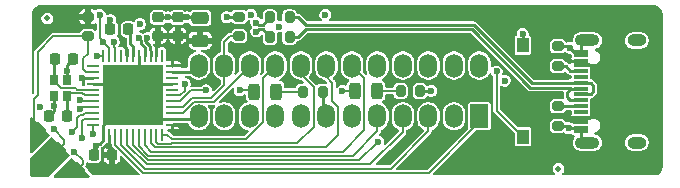
<source format=gbr>
%TF.GenerationSoftware,KiCad,Pcbnew,9.0.3*%
%TF.CreationDate,2025-08-28T21:01:50-07:00*%
%TF.ProjectId,xyp-gpib,7879702d-6770-4696-922e-6b696361645f,rev?*%
%TF.SameCoordinates,Original*%
%TF.FileFunction,Copper,L1,Top*%
%TF.FilePolarity,Positive*%
%FSLAX46Y46*%
G04 Gerber Fmt 4.6, Leading zero omitted, Abs format (unit mm)*
G04 Created by KiCad (PCBNEW 9.0.3) date 2025-08-28 21:01:50*
%MOMM*%
%LPD*%
G01*
G04 APERTURE LIST*
G04 Aperture macros list*
%AMRoundRect*
0 Rectangle with rounded corners*
0 $1 Rounding radius*
0 $2 $3 $4 $5 $6 $7 $8 $9 X,Y pos of 4 corners*
0 Add a 4 corners polygon primitive as box body*
4,1,4,$2,$3,$4,$5,$6,$7,$8,$9,$2,$3,0*
0 Add four circle primitives for the rounded corners*
1,1,$1+$1,$2,$3*
1,1,$1+$1,$4,$5*
1,1,$1+$1,$6,$7*
1,1,$1+$1,$8,$9*
0 Add four rect primitives between the rounded corners*
20,1,$1+$1,$2,$3,$4,$5,0*
20,1,$1+$1,$4,$5,$6,$7,0*
20,1,$1+$1,$6,$7,$8,$9,0*
20,1,$1+$1,$8,$9,$2,$3,0*%
%AMFreePoly0*
4,1,19,0.376977,1.035496,0.413304,0.985496,0.418199,0.954594,0.418198,0.500000,0.500000,0.500000,0.500000,-0.500000,0.418198,-0.499999,0.418198,-1.081873,0.399100,-1.140652,0.349100,-1.176979,0.287296,-1.176979,0.247487,-1.152584,-1.788980,0.883883,-1.817038,0.938952,-1.807370,0.999993,-1.763668,1.043695,-1.718269,1.054594,0.318198,1.054595,0.376977,1.035496,0.376977,1.035496,
$1*%
%AMFreePoly1*
4,1,23,0.376977,1.162775,0.413304,1.112775,0.418198,1.081873,0.418198,0.499999,0.500000,0.500000,0.500000,-0.500000,0.418198,-0.500000,0.418199,-0.954594,0.399100,-1.013373,0.349100,-1.049700,0.318198,-1.054595,-2.100106,-1.054594,-2.158886,-1.035496,-2.170818,-1.025305,-3.189052,-0.007071,-3.217110,0.047997,-3.207442,0.109039,-3.189052,0.134351,-2.170818,1.152584,-2.115750,1.180642,
-2.100106,1.181873,0.318198,1.181872,0.376977,1.162775,0.376977,1.162775,$1*%
%AMFreePoly2*
4,1,19,0.363597,1.170974,0.407299,1.127272,0.418198,1.081873,0.418198,0.499999,0.500000,0.500000,0.500000,-0.500000,0.418198,-0.500000,0.418199,-0.954594,0.399100,-1.013373,0.349100,-1.049700,0.318198,-1.054595,-1.718269,-1.054594,-1.777048,-1.035496,-1.813375,-0.985496,-1.813375,-0.923692,-1.788980,-0.883883,0.247487,1.152584,0.302555,1.180642,0.363597,1.170974,0.363597,1.170974,
$1*%
G04 Aperture macros list end*
%TA.AperFunction,SMDPad,CuDef*%
%ADD10RoundRect,0.250000X0.475000X-0.250000X0.475000X0.250000X-0.475000X0.250000X-0.475000X-0.250000X0*%
%TD*%
%TA.AperFunction,SMDPad,CuDef*%
%ADD11RoundRect,0.225000X0.250000X-0.225000X0.250000X0.225000X-0.250000X0.225000X-0.250000X-0.225000X0*%
%TD*%
%TA.AperFunction,SMDPad,CuDef*%
%ADD12RoundRect,0.225000X0.225000X0.250000X-0.225000X0.250000X-0.225000X-0.250000X0.225000X-0.250000X0*%
%TD*%
%TA.AperFunction,SMDPad,CuDef*%
%ADD13RoundRect,0.243750X0.243750X0.456250X-0.243750X0.456250X-0.243750X-0.456250X0.243750X-0.456250X0*%
%TD*%
%TA.AperFunction,SMDPad,CuDef*%
%ADD14RoundRect,0.200000X-0.275000X0.200000X-0.275000X-0.200000X0.275000X-0.200000X0.275000X0.200000X0*%
%TD*%
%TA.AperFunction,SMDPad,CuDef*%
%ADD15RoundRect,0.200000X-0.200000X-0.275000X0.200000X-0.275000X0.200000X0.275000X-0.200000X0.275000X0*%
%TD*%
%TA.AperFunction,SMDPad,CuDef*%
%ADD16RoundRect,0.200000X0.275000X-0.200000X0.275000X0.200000X-0.275000X0.200000X-0.275000X-0.200000X0*%
%TD*%
%TA.AperFunction,SMDPad,CuDef*%
%ADD17RoundRect,0.062500X-0.062500X0.475000X-0.062500X-0.475000X0.062500X-0.475000X0.062500X0.475000X0*%
%TD*%
%TA.AperFunction,SMDPad,CuDef*%
%ADD18RoundRect,0.062500X-0.475000X0.062500X-0.475000X-0.062500X0.475000X-0.062500X0.475000X0.062500X0*%
%TD*%
%TA.AperFunction,SMDPad,CuDef*%
%ADD19R,5.200000X5.200000*%
%TD*%
%TA.AperFunction,SMDPad,CuDef*%
%ADD20FreePoly0,45.000000*%
%TD*%
%TA.AperFunction,SMDPad,CuDef*%
%ADD21FreePoly1,45.000000*%
%TD*%
%TA.AperFunction,SMDPad,CuDef*%
%ADD22FreePoly2,45.000000*%
%TD*%
%TA.AperFunction,SMDPad,CuDef*%
%ADD23RoundRect,0.225000X-0.225000X-0.250000X0.225000X-0.250000X0.225000X0.250000X-0.225000X0.250000X0*%
%TD*%
%TA.AperFunction,SMDPad,CuDef*%
%ADD24R,0.800000X0.900000*%
%TD*%
%TA.AperFunction,SMDPad,CuDef*%
%ADD25C,0.500000*%
%TD*%
%TA.AperFunction,SMDPad,CuDef*%
%ADD26R,1.150000X0.300000*%
%TD*%
%TA.AperFunction,ComponentPad*%
%ADD27O,2.100000X1.000000*%
%TD*%
%TA.AperFunction,ComponentPad*%
%ADD28O,1.600000X1.000000*%
%TD*%
%TA.AperFunction,SMDPad,CuDef*%
%ADD29R,1.000000X1.250000*%
%TD*%
%TA.AperFunction,ComponentPad*%
%ADD30R,1.500000X2.000000*%
%TD*%
%TA.AperFunction,ComponentPad*%
%ADD31O,1.500000X2.000000*%
%TD*%
%TA.AperFunction,ViaPad*%
%ADD32C,0.600000*%
%TD*%
%TA.AperFunction,Conductor*%
%ADD33C,0.150000*%
%TD*%
%TA.AperFunction,Conductor*%
%ADD34C,0.250000*%
%TD*%
%TA.AperFunction,Conductor*%
%ADD35C,0.127000*%
%TD*%
%TA.AperFunction,Conductor*%
%ADD36C,0.200000*%
%TD*%
%TA.AperFunction,Conductor*%
%ADD37C,0.220000*%
%TD*%
G04 APERTURE END LIST*
D10*
%TO.P,C1,1*%
%TO.N,+5V*%
X194564000Y-78293000D03*
%TO.P,C1,2*%
%TO.N,GND*%
X194564000Y-76393000D03*
%TD*%
D11*
%TO.P,C2,1*%
%TO.N,+5V*%
X191008000Y-77864000D03*
%TO.P,C2,2*%
%TO.N,GND*%
X191008000Y-76314000D03*
%TD*%
D12*
%TO.P,C7,1*%
%TO.N,Net-(U1-UCAP)*%
X188481000Y-77343000D03*
%TO.P,C7,2*%
%TO.N,GND*%
X186931000Y-77343000D03*
%TD*%
D13*
%TO.P,D1,1,K*%
%TO.N,Net-(D1-K)*%
X200987900Y-82600800D03*
%TO.P,D1,2,A*%
%TO.N,Net-(D1-A)*%
X199112900Y-82600800D03*
%TD*%
D14*
%TO.P,R1,1*%
%TO.N,+5V*%
X185039000Y-76264000D03*
%TO.P,R1,2*%
%TO.N,Net-(ISP1-~{RST})*%
X185039000Y-77914000D03*
%TD*%
D15*
%TO.P,R2,1*%
%TO.N,/Db+*%
X200470000Y-77978000D03*
%TO.P,R2,2*%
%TO.N,/Da-*%
X202120000Y-77978000D03*
%TD*%
%TO.P,R3,1*%
%TO.N,/Db-*%
X200470000Y-76327000D03*
%TO.P,R3,2*%
%TO.N,/Da+*%
X202120000Y-76327000D03*
%TD*%
%TO.P,R4,1*%
%TO.N,Net-(D1-K)*%
X203289400Y-82600800D03*
%TO.P,R4,2*%
%TO.N,GND*%
X204939400Y-82600800D03*
%TD*%
D16*
%TO.P,R5,1*%
%TO.N,/ATN*%
X197866000Y-77914000D03*
%TO.P,R5,2*%
%TO.N,GND*%
X197866000Y-76264000D03*
%TD*%
D17*
%TO.P,U1,1,PE6*%
%TO.N,unconnected-(U1-PE6-Pad1)*%
X191349000Y-79593500D03*
%TO.P,U1,2,UVCC*%
%TO.N,+5V*%
X190849000Y-79593500D03*
%TO.P,U1,3,D-*%
%TO.N,/Db+*%
X190349000Y-79593500D03*
%TO.P,U1,4,D+*%
%TO.N,/Db-*%
X189849000Y-79593500D03*
%TO.P,U1,5,UGND*%
%TO.N,GND*%
X189349000Y-79593500D03*
%TO.P,U1,6,UCAP*%
%TO.N,Net-(U1-UCAP)*%
X188849000Y-79593500D03*
%TO.P,U1,7,VBUS*%
%TO.N,+5V*%
X188349000Y-79593500D03*
%TO.P,U1,8,PB0*%
%TO.N,unconnected-(U1-PB0-Pad8)*%
X187849000Y-79593500D03*
%TO.P,U1,9,PB1*%
%TO.N,/SCK*%
X187349000Y-79593500D03*
%TO.P,U1,10,PB2*%
%TO.N,/MOSI*%
X186849000Y-79593500D03*
%TO.P,U1,11,PB3*%
%TO.N,/MISO*%
X186349000Y-79593500D03*
D18*
%TO.P,U1,12,PB7*%
%TO.N,unconnected-(U1-PB7-Pad12)*%
X185511500Y-80431000D03*
%TO.P,U1,13,~{RESET}*%
%TO.N,Net-(ISP1-~{RST})*%
X185511500Y-80931000D03*
%TO.P,U1,14,VCC*%
%TO.N,+5V*%
X185511500Y-81431000D03*
%TO.P,U1,15,GND*%
%TO.N,GND*%
X185511500Y-81931000D03*
%TO.P,U1,16,XTAL2*%
%TO.N,Net-(U1-XTAL2)*%
X185511500Y-82431000D03*
%TO.P,U1,17,XTAL1*%
%TO.N,Net-(U1-XTAL1)*%
X185511500Y-82931000D03*
%TO.P,U1,18,PD0*%
%TO.N,/DIO1*%
X185511500Y-83431000D03*
%TO.P,U1,19,PD1*%
%TO.N,/DIO2*%
X185511500Y-83931000D03*
%TO.P,U1,20,PD2*%
%TO.N,/DIO3*%
X185511500Y-84431000D03*
%TO.P,U1,21,PD3*%
%TO.N,/DIO4*%
X185511500Y-84931000D03*
%TO.P,U1,22,PD5*%
%TO.N,/DIO6*%
X185511500Y-85431000D03*
D17*
%TO.P,U1,23,GND*%
%TO.N,GND*%
X186349000Y-86268500D03*
%TO.P,U1,24,AVCC*%
%TO.N,+5V*%
X186849000Y-86268500D03*
%TO.P,U1,25,PD4*%
%TO.N,/DIO5*%
X187349000Y-86268500D03*
%TO.P,U1,26,PD6*%
%TO.N,/DIO7*%
X187849000Y-86268500D03*
%TO.P,U1,27,PD7*%
%TO.N,/DIO8*%
X188349000Y-86268500D03*
%TO.P,U1,28,PB4*%
%TO.N,/EOI*%
X188849000Y-86268500D03*
%TO.P,U1,29,PB5*%
%TO.N,/REN*%
X189349000Y-86268500D03*
%TO.P,U1,30,PB6*%
%TO.N,/DAV*%
X189849000Y-86268500D03*
%TO.P,U1,31,PC6*%
%TO.N,/NRFD*%
X190349000Y-86268500D03*
%TO.P,U1,32,PC7*%
%TO.N,/NDAC*%
X190849000Y-86268500D03*
%TO.P,U1,33,~{HWB}/PE2*%
%TO.N,/IFC*%
X191349000Y-86268500D03*
D18*
%TO.P,U1,34,VCC*%
%TO.N,+5V*%
X192186500Y-85431000D03*
%TO.P,U1,35,GND*%
%TO.N,GND*%
X192186500Y-84931000D03*
%TO.P,U1,36,PF7*%
%TO.N,/SRQ*%
X192186500Y-84431000D03*
%TO.P,U1,37,PF6*%
%TO.N,/ATN*%
X192186500Y-83931000D03*
%TO.P,U1,38,PF5*%
%TO.N,Net-(D1-A)*%
X192186500Y-83431000D03*
%TO.P,U1,39,PF4*%
%TO.N,Net-(D2-A)*%
X192186500Y-82931000D03*
%TO.P,U1,40,PF1*%
%TO.N,unconnected-(U1-PF1-Pad40)*%
X192186500Y-82431000D03*
%TO.P,U1,41,PF0*%
%TO.N,GND*%
X192186500Y-81931000D03*
%TO.P,U1,42,AREF*%
%TO.N,unconnected-(U1-AREF-Pad42)*%
X192186500Y-81431000D03*
%TO.P,U1,43,GND*%
%TO.N,GND*%
X192186500Y-80931000D03*
%TO.P,U1,44,AVCC*%
%TO.N,+5V*%
X192186500Y-80431000D03*
D19*
%TO.P,U1,45,GND*%
%TO.N,GND*%
X188849000Y-82931000D03*
%TD*%
D20*
%TO.P,ISP1,1,MISO*%
%TO.N,/MISO*%
X184121200Y-89210800D03*
D21*
%TO.P,ISP1,3,SCK*%
%TO.N,/SCK*%
X182501200Y-87590800D03*
D22*
%TO.P,ISP1,5,~{RST}*%
%TO.N,Net-(ISP1-~{RST})*%
X180791200Y-85880800D03*
%TD*%
D23*
%TO.P,C5,1*%
%TO.N,Net-(U1-XTAL2)*%
X182232000Y-79883000D03*
%TO.P,C5,2*%
%TO.N,GND*%
X183782000Y-79883000D03*
%TD*%
D12*
%TO.P,C6,1*%
%TO.N,Net-(U1-XTAL1)*%
X183274000Y-84709000D03*
%TO.P,C6,2*%
%TO.N,GND*%
X181724000Y-84709000D03*
%TD*%
D24*
%TO.P,Y1,1,1*%
%TO.N,Net-(U1-XTAL2)*%
X182203000Y-81596000D03*
%TO.P,Y1,2,2*%
%TO.N,GND*%
X182203000Y-82996000D03*
%TO.P,Y1,3,3*%
%TO.N,Net-(U1-XTAL1)*%
X183303000Y-82996000D03*
%TO.P,Y1,4,4*%
%TO.N,GND*%
X183303000Y-81596000D03*
%TD*%
D11*
%TO.P,C3,1*%
%TO.N,+5V*%
X192659000Y-77864000D03*
%TO.P,C3,2*%
%TO.N,GND*%
X192659000Y-76314000D03*
%TD*%
D12*
%TO.P,C4,1*%
%TO.N,+5V*%
X187084000Y-88011000D03*
%TO.P,C4,2*%
%TO.N,GND*%
X185534000Y-88011000D03*
%TD*%
D25*
%TO.P,FID1,*%
%TO.N,*%
X224891600Y-89154000D03*
%TD*%
%TO.P,FID2,*%
%TO.N,*%
X181610000Y-76403200D03*
%TD*%
D26*
%TO.P,J1,A1,GND*%
%TO.N,GND*%
X226771200Y-85946800D03*
%TO.P,J1,A4,VBUS*%
%TO.N,+5V*%
X226771200Y-85146800D03*
%TO.P,J1,A5,CC1*%
%TO.N,Net-(J1-CC1)*%
X226771200Y-83846800D03*
%TO.P,J1,A6,D+*%
%TO.N,/Da+*%
X226771200Y-82846800D03*
%TO.P,J1,A7,D-*%
%TO.N,/Da-*%
X226771200Y-82346800D03*
%TO.P,J1,A8,SBU1*%
%TO.N,unconnected-(J1-SBU1-PadA8)*%
X226771200Y-81346800D03*
%TO.P,J1,A9,VBUS*%
%TO.N,+5V*%
X226771200Y-80046800D03*
%TO.P,J1,A12,GND*%
%TO.N,GND*%
X226771200Y-79246800D03*
%TO.P,J1,B1,GND*%
X226771200Y-79546800D03*
%TO.P,J1,B4,VBUS*%
%TO.N,+5V*%
X226771200Y-80346800D03*
%TO.P,J1,B5,CC2*%
%TO.N,Net-(J1-CC2)*%
X226771200Y-80846800D03*
%TO.P,J1,B6,D+*%
%TO.N,/Da+*%
X226771200Y-81846800D03*
%TO.P,J1,B7,D-*%
%TO.N,/Da-*%
X226771200Y-83346800D03*
%TO.P,J1,B8,SBU2*%
%TO.N,unconnected-(J1-SBU2-PadB8)*%
X226771200Y-84346800D03*
%TO.P,J1,B9,VBUS*%
%TO.N,+5V*%
X226771200Y-84846800D03*
%TO.P,J1,B12,GND*%
%TO.N,GND*%
X226771200Y-85646800D03*
D27*
%TO.P,J1,S1,SHIELD*%
X227336200Y-86916800D03*
D28*
X231516200Y-86916800D03*
D27*
X227336200Y-78276800D03*
D28*
X231516200Y-78276800D03*
%TD*%
D15*
%TO.P,R6,1*%
%TO.N,Net-(D2-K)*%
X211519000Y-82550000D03*
%TO.P,R6,2*%
%TO.N,GND*%
X213169000Y-82550000D03*
%TD*%
D13*
%TO.P,D2,1,K*%
%TO.N,Net-(D2-K)*%
X209522300Y-82550000D03*
%TO.P,D2,2,A*%
%TO.N,Net-(D2-A)*%
X207647300Y-82550000D03*
%TD*%
D29*
%TO.P,SW1,1,1*%
%TO.N,GND*%
X221869000Y-78675000D03*
%TO.P,SW1,2,2*%
%TO.N,/MOSI*%
X221869000Y-86425000D03*
%TD*%
D14*
%TO.P,R7,1*%
%TO.N,Net-(J1-CC1)*%
X224840800Y-83858600D03*
%TO.P,R7,2*%
%TO.N,GND*%
X224840800Y-85508600D03*
%TD*%
%TO.P,R8,1*%
%TO.N,GND*%
X224840800Y-78778600D03*
%TO.P,R8,2*%
%TO.N,Net-(J1-CC2)*%
X224840800Y-80428600D03*
%TD*%
D30*
%TO.P,GPIB1,1,1*%
%TO.N,/DIO5*%
X218194000Y-84695000D03*
D31*
%TO.P,GPIB1,2,2*%
%TO.N,/DIO1*%
X218194000Y-80405000D03*
%TO.P,GPIB1,3,3*%
%TO.N,/DIO6*%
X216034000Y-84695000D03*
%TO.P,GPIB1,4,4*%
%TO.N,/DIO2*%
X216034000Y-80405000D03*
%TO.P,GPIB1,5,5*%
%TO.N,/DIO7*%
X213874000Y-84695000D03*
%TO.P,GPIB1,6,6*%
%TO.N,/DIO3*%
X213874000Y-80405000D03*
%TO.P,GPIB1,7,7*%
%TO.N,/DIO8*%
X211714000Y-84695000D03*
%TO.P,GPIB1,8,8*%
%TO.N,/DIO4*%
X211714000Y-80405000D03*
%TO.P,GPIB1,9,9*%
%TO.N,/REN*%
X209554000Y-84695000D03*
%TO.P,GPIB1,10,10*%
%TO.N,/EOI*%
X209554000Y-80405000D03*
%TO.P,GPIB1,11,11*%
%TO.N,GND*%
X207394000Y-84695000D03*
%TO.P,GPIB1,12,12*%
%TO.N,/DAV*%
X207394000Y-80405000D03*
%TO.P,GPIB1,13,13*%
%TO.N,GND*%
X205234000Y-84695000D03*
%TO.P,GPIB1,14,14*%
%TO.N,/NRFD*%
X205234000Y-80405000D03*
%TO.P,GPIB1,15,15*%
%TO.N,GND*%
X203074000Y-84695000D03*
%TO.P,GPIB1,16,16*%
%TO.N,/NDAC*%
X203074000Y-80405000D03*
%TO.P,GPIB1,17,17*%
%TO.N,GND*%
X200914000Y-84695000D03*
%TO.P,GPIB1,18,18*%
%TO.N,/IFC*%
X200914000Y-80405000D03*
%TO.P,GPIB1,19,19*%
%TO.N,GND*%
X198754000Y-84695000D03*
%TO.P,GPIB1,20,20*%
%TO.N,/SRQ*%
X198754000Y-80405000D03*
%TO.P,GPIB1,21,21*%
%TO.N,GND*%
X196594000Y-84695000D03*
%TO.P,GPIB1,22,22*%
%TO.N,/ATN*%
X196594000Y-80405000D03*
%TO.P,GPIB1,23,23*%
%TO.N,GND*%
X194434000Y-84695000D03*
%TO.P,GPIB1,24,24*%
X194434000Y-80405000D03*
%TD*%
D32*
%TO.N,GND*%
X183303000Y-80846000D03*
X186849000Y-80931000D03*
X186953000Y-76546000D03*
X188849000Y-82931000D03*
X190849000Y-84931000D03*
X181003000Y-83896000D03*
X198853000Y-76096000D03*
X191803000Y-76314000D03*
X188849000Y-82931000D03*
X196803000Y-76296000D03*
X201253000Y-77096000D03*
X225853000Y-78896000D03*
X185706024Y-87186005D03*
X225753000Y-85696000D03*
X186849000Y-84931000D03*
X188849000Y-82931000D03*
X193453000Y-76314000D03*
X188849000Y-82931000D03*
X188849000Y-82931000D03*
X205153000Y-76096000D03*
X190849000Y-80931000D03*
X220349000Y-81681000D03*
X221853000Y-77696000D03*
X189453000Y-76896000D03*
X214103000Y-82546000D03*
X182153000Y-83796000D03*
X188849000Y-82931000D03*
%TO.N,+5V*%
X184003000Y-76246000D03*
X216349000Y-89181000D03*
X192703000Y-79746000D03*
X225653000Y-79696000D03*
X213253000Y-76096000D03*
X197099000Y-83181000D03*
X225653000Y-84596000D03*
X204253000Y-76096000D03*
X213599000Y-87431000D03*
X193153000Y-85946000D03*
X188053000Y-78346000D03*
X186847259Y-87246536D03*
X184553000Y-81496000D03*
%TO.N,/EOI*%
X209610200Y-86833200D03*
%TO.N,/DIO4*%
X184553000Y-86546000D03*
%TO.N,/DIO3*%
X183728000Y-86046000D03*
%TO.N,/DIO6*%
X185511500Y-86187500D03*
%TO.N,/DIO2*%
X184403000Y-84046000D03*
%TO.N,/DIO1*%
X184393771Y-83279234D03*
%TO.N,/MOSI*%
X186053000Y-76096000D03*
X219653000Y-80896000D03*
X186353000Y-78396000D03*
%TO.N,Net-(D1-A)*%
X197903000Y-82496000D03*
X195053000Y-82496000D03*
%TO.N,/SCK*%
X182153000Y-85796000D03*
X187253000Y-78396000D03*
%TO.N,/MISO*%
X183903000Y-87696000D03*
X185803000Y-79596000D03*
%TO.N,/Db+*%
X199303000Y-77521000D03*
X190083000Y-78074055D03*
%TO.N,/Db-*%
X189333000Y-78074055D03*
X199303000Y-76771000D03*
%TO.N,Net-(D2-A)*%
X206603000Y-82546000D03*
X193253000Y-81946000D03*
%TD*%
D33*
%TO.N,Net-(U1-XTAL2)*%
X184018000Y-82296000D02*
X184153000Y-82431000D01*
X182753000Y-82296000D02*
X184018000Y-82296000D01*
X184153000Y-82431000D02*
X185511500Y-82431000D01*
X182203000Y-81596000D02*
X182203000Y-81746000D01*
D34*
X182203000Y-79912000D02*
X182232000Y-79883000D01*
D33*
X182203000Y-81746000D02*
X182753000Y-82296000D01*
D34*
X182203000Y-81596000D02*
X182203000Y-79912000D01*
%TO.N,GND*%
X183303000Y-80846000D02*
X183303000Y-81596000D01*
X192186500Y-84931000D02*
X190849000Y-84931000D01*
X182203000Y-82996000D02*
X182203000Y-83746000D01*
X226203800Y-79246800D02*
X225853000Y-78896000D01*
X192659000Y-76314000D02*
X193453000Y-76314000D01*
X194198000Y-84931000D02*
X194434000Y-84695000D01*
X225565600Y-85508600D02*
X225753000Y-85696000D01*
X192186500Y-80931000D02*
X193908000Y-80931000D01*
X225735600Y-78778600D02*
X225853000Y-78896000D01*
X183303000Y-80362000D02*
X183782000Y-79883000D01*
X186349000Y-86735412D02*
X186349000Y-86268500D01*
X182153000Y-84280000D02*
X181724000Y-84709000D01*
X226771200Y-85646800D02*
X225802200Y-85646800D01*
X224840800Y-78778600D02*
X224840800Y-78796000D01*
X226771200Y-79246800D02*
X226203800Y-79246800D01*
X193453000Y-76314000D02*
X194485000Y-76314000D01*
X213899000Y-82550000D02*
X213169000Y-82550000D01*
X186931000Y-77343000D02*
X186931000Y-76568000D01*
X204939400Y-82600800D02*
X204939400Y-84400400D01*
X221869000Y-78675000D02*
X221869000Y-77712000D01*
X194485000Y-76314000D02*
X194564000Y-76393000D01*
X226771200Y-86756800D02*
X226771200Y-86351800D01*
X214103000Y-82546000D02*
X213903000Y-82546000D01*
X226771200Y-78841800D02*
X226771200Y-79246800D01*
X193908000Y-80931000D02*
X194434000Y-80405000D01*
X185706024Y-87838976D02*
X185534000Y-88011000D01*
X186077000Y-87007412D02*
X186349000Y-86735412D01*
X185706024Y-87186005D02*
X185706024Y-87838976D01*
X185511500Y-81931000D02*
X187849000Y-81931000D01*
X226771200Y-86351800D02*
X226771200Y-85946800D01*
X213903000Y-82546000D02*
X213899000Y-82550000D01*
X182203000Y-83746000D02*
X182153000Y-83796000D01*
X224840800Y-85508600D02*
X225565600Y-85508600D01*
X197866000Y-76264000D02*
X196835000Y-76264000D01*
X182153000Y-83796000D02*
X182153000Y-84280000D01*
X192186500Y-81931000D02*
X189849000Y-81931000D01*
X183303000Y-80846000D02*
X183303000Y-80362000D01*
X226771200Y-78436800D02*
X226771200Y-78841800D01*
X189849000Y-81931000D02*
X188849000Y-82931000D01*
X189349000Y-82431000D02*
X188849000Y-82931000D01*
X224840800Y-78778600D02*
X225735600Y-78778600D01*
X186349000Y-85431000D02*
X188849000Y-82931000D01*
X186931000Y-76568000D02*
X186953000Y-76546000D01*
X187849000Y-81931000D02*
X188849000Y-82931000D01*
X191008000Y-76314000D02*
X191803000Y-76314000D01*
X204939400Y-84400400D02*
X205234000Y-84695000D01*
X185884617Y-87007412D02*
X186077000Y-87007412D01*
X186349000Y-86268500D02*
X186349000Y-85431000D01*
X183253000Y-80796000D02*
X183303000Y-80846000D01*
X185706024Y-87186005D02*
X185884617Y-87007412D01*
X221869000Y-77712000D02*
X221853000Y-77696000D01*
X225802200Y-85646800D02*
X225753000Y-85696000D01*
X192186500Y-84931000D02*
X194198000Y-84931000D01*
X189349000Y-79593500D02*
X189349000Y-82431000D01*
X191803000Y-76314000D02*
X192659000Y-76314000D01*
X196835000Y-76264000D02*
X196803000Y-76296000D01*
%TO.N,+5V*%
X188053000Y-78693972D02*
X188053000Y-78346000D01*
X186847259Y-87051741D02*
X186847259Y-87246536D01*
X187068000Y-88011000D02*
X186903000Y-87846000D01*
X192186500Y-79912500D02*
X192353000Y-79746000D01*
X192353000Y-79746000D02*
X192703000Y-79746000D01*
X186848464Y-87246536D02*
X186849000Y-87246000D01*
X184618000Y-81431000D02*
X184553000Y-81496000D01*
X192186500Y-80431000D02*
X192186500Y-79912500D01*
X192186500Y-85431000D02*
X192638000Y-85431000D01*
X188349000Y-78989972D02*
X188053000Y-78693972D01*
X186849000Y-86268500D02*
X186849000Y-87050000D01*
X185511500Y-81431000D02*
X184618000Y-81431000D01*
X225903800Y-84846800D02*
X225653000Y-84596000D01*
X226771200Y-84846800D02*
X225903800Y-84846800D01*
X190849000Y-78023000D02*
X191008000Y-77864000D01*
X192638000Y-85431000D02*
X193153000Y-85946000D01*
X188349000Y-79593500D02*
X188349000Y-78989972D01*
X226003800Y-80046800D02*
X226471200Y-80046800D01*
X186849000Y-87050000D02*
X186849000Y-87246000D01*
X226771200Y-85146800D02*
X226203800Y-85146800D01*
X187084000Y-87677000D02*
X187084000Y-88011000D01*
X186849000Y-87776000D02*
X187084000Y-88011000D01*
X190849000Y-79593500D02*
X190849000Y-78023000D01*
X226471200Y-80046800D02*
X226771200Y-80346800D01*
X226203800Y-85146800D02*
X225653000Y-84596000D01*
X186849000Y-87050000D02*
X186847259Y-87051741D01*
X186847259Y-87246536D02*
X186848464Y-87246536D01*
X187084000Y-88011000D02*
X187068000Y-88011000D01*
X186849000Y-87246000D02*
X186849000Y-87776000D01*
X225653000Y-79696000D02*
X226003800Y-80046800D01*
D33*
%TO.N,Net-(U1-XTAL1)*%
X183567000Y-82732000D02*
X184589000Y-82732000D01*
X183303000Y-82996000D02*
X183567000Y-82732000D01*
D34*
X183274000Y-83025000D02*
X183303000Y-82996000D01*
D33*
X184788000Y-82931000D02*
X185511500Y-82931000D01*
D34*
X183274000Y-84709000D02*
X183274000Y-83025000D01*
D33*
X184589000Y-82732000D02*
X184788000Y-82931000D01*
D34*
%TO.N,Net-(U1-UCAP)*%
X188849000Y-78742000D02*
X188653000Y-78546000D01*
X188849000Y-79593500D02*
X188849000Y-78742000D01*
X188653000Y-77515000D02*
X188481000Y-77343000D01*
X188653000Y-78546000D02*
X188653000Y-77515000D01*
D33*
%TO.N,Net-(D1-K)*%
X200987900Y-82600800D02*
X203289400Y-82600800D01*
%TO.N,/ATN*%
X193118000Y-83931000D02*
X193903000Y-83146000D01*
X197866000Y-77914000D02*
X197086000Y-77914000D01*
X193903000Y-83146000D02*
X195503000Y-83146000D01*
X196594000Y-78406000D02*
X196594000Y-80405000D01*
X195503000Y-83146000D02*
X196594000Y-82055000D01*
X192186500Y-83931000D02*
X193118000Y-83931000D01*
X196594000Y-82055000D02*
X196594000Y-80405000D01*
X197086000Y-77914000D02*
X196594000Y-78406000D01*
%TO.N,/SRQ*%
X193068000Y-84431000D02*
X194053000Y-83446000D01*
X195713000Y-83446000D02*
X198754000Y-80405000D01*
X192186500Y-84431000D02*
X193068000Y-84431000D01*
X194053000Y-83446000D02*
X195713000Y-83446000D01*
%TO.N,/IFC*%
X191780500Y-86268500D02*
X191349000Y-86268500D01*
X198463272Y-86616000D02*
X192128000Y-86616000D01*
X200914000Y-80405000D02*
X199903000Y-81416000D01*
X199903000Y-81416000D02*
X199903000Y-85176272D01*
X199903000Y-85176272D02*
X198463272Y-86616000D01*
X192128000Y-86616000D02*
X191780500Y-86268500D01*
%TO.N,/NDAC*%
X204153000Y-85596000D02*
X202773000Y-86976000D01*
X190849000Y-86892000D02*
X190849000Y-86268500D01*
X203074000Y-80405000D02*
X203074000Y-81117000D01*
X192113000Y-86976000D02*
X192057000Y-87032000D01*
X202773000Y-86976000D02*
X192113000Y-86976000D01*
X204153000Y-82196000D02*
X204153000Y-85596000D01*
X190989000Y-87032000D02*
X190849000Y-86892000D01*
X203074000Y-81117000D02*
X204153000Y-82196000D01*
X192057000Y-87032000D02*
X190989000Y-87032000D01*
%TO.N,/NRFD*%
X205216000Y-87333000D02*
X190753000Y-87333000D01*
X190753000Y-87333000D02*
X190349000Y-86929000D01*
D35*
X190349000Y-86268500D02*
X190349000Y-86663796D01*
D33*
X205234000Y-81327000D02*
X205753000Y-81846000D01*
X206253000Y-86296000D02*
X205216000Y-87333000D01*
X190349000Y-86929000D02*
X190349000Y-86268500D01*
X205753000Y-81846000D02*
X205753000Y-83396000D01*
X205234000Y-80405000D02*
X205234000Y-81327000D01*
X205753000Y-83396000D02*
X206253000Y-83896000D01*
X206253000Y-83896000D02*
X206253000Y-86296000D01*
%TO.N,/DAV*%
X206653000Y-87696000D02*
X190403000Y-87696000D01*
X190403000Y-87696000D02*
X189849000Y-87142000D01*
X207394000Y-80405000D02*
X208453000Y-81464000D01*
X208453000Y-81464000D02*
X208453000Y-85896000D01*
X189849000Y-87142000D02*
X189849000Y-86268500D01*
D35*
X189849000Y-86268500D02*
X189849000Y-86663796D01*
D33*
X208453000Y-85896000D02*
X206653000Y-87696000D01*
%TO.N,/REN*%
X209554000Y-85975000D02*
X207473000Y-88056000D01*
X190163000Y-88056000D02*
X189349000Y-87242000D01*
D35*
X189349000Y-86268500D02*
X189349000Y-86687000D01*
D33*
X209554000Y-84695000D02*
X209554000Y-85975000D01*
X207473000Y-88056000D02*
X190163000Y-88056000D01*
X189349000Y-87242000D02*
X189349000Y-86268500D01*
D35*
%TO.N,/EOI*%
X188849000Y-86268500D02*
X188849000Y-86663796D01*
D33*
X208027400Y-88416000D02*
X209610200Y-86833200D01*
X190097322Y-88416000D02*
X208027400Y-88416000D01*
X188849000Y-87167678D02*
X190097322Y-88416000D01*
X188849000Y-86268500D02*
X188849000Y-87167678D01*
%TO.N,/DIO8*%
X190031644Y-88776000D02*
X188349000Y-87093356D01*
X211714000Y-86035000D02*
X208973000Y-88776000D01*
X208973000Y-88776000D02*
X190031644Y-88776000D01*
X188349000Y-87093356D02*
X188349000Y-86268500D01*
X211714000Y-84695000D02*
X211714000Y-86035000D01*
D35*
X188349000Y-86268500D02*
X188349000Y-86663796D01*
D36*
%TO.N,/DIO4*%
X184553000Y-85121000D02*
X184743000Y-84931000D01*
X184743000Y-84931000D02*
X185511500Y-84931000D01*
X184553000Y-86546000D02*
X184553000Y-85121000D01*
D33*
%TO.N,/DIO7*%
X213874000Y-84695000D02*
X213874000Y-85947600D01*
X189893000Y-89136000D02*
X187849000Y-87092000D01*
X210685600Y-89136000D02*
X189893000Y-89136000D01*
X213874000Y-85947600D02*
X210685600Y-89136000D01*
X187849000Y-87092000D02*
X187849000Y-86268500D01*
D36*
%TO.N,/DIO3*%
X183728000Y-86046000D02*
X184128000Y-85646000D01*
X184631232Y-84597000D02*
X184797232Y-84431000D01*
X184797232Y-84431000D02*
X185511500Y-84431000D01*
X184128000Y-85646000D02*
X184128000Y-84871000D01*
X184128000Y-84871000D02*
X184402000Y-84597000D01*
X184402000Y-84597000D02*
X184631232Y-84597000D01*
%TO.N,/DIO6*%
X185511500Y-85431000D02*
X185511500Y-86187500D01*
%TO.N,/DIO2*%
X185511500Y-83931000D02*
X184518000Y-83931000D01*
X184518000Y-83931000D02*
X184403000Y-84046000D01*
D33*
%TO.N,/DIO5*%
X187349000Y-87092000D02*
X187349000Y-86268500D01*
X218194000Y-85209000D02*
X213907000Y-89496000D01*
X213907000Y-89496000D02*
X189753000Y-89496000D01*
X218194000Y-84695000D02*
X218194000Y-85209000D01*
X189753000Y-89496000D02*
X187349000Y-87092000D01*
D36*
%TO.N,/DIO1*%
X184393771Y-83279234D02*
X184545537Y-83431000D01*
X184545537Y-83431000D02*
X185511500Y-83431000D01*
D33*
%TO.N,/MOSI*%
X186053000Y-76096000D02*
X186053000Y-78096000D01*
X186353000Y-78396000D02*
X186849000Y-78892000D01*
X219653000Y-84209000D02*
X219653000Y-80896000D01*
X221869000Y-86425000D02*
X219653000Y-84209000D01*
X186849000Y-78892000D02*
X186849000Y-79593500D01*
X186053000Y-78096000D02*
X186353000Y-78396000D01*
%TO.N,Net-(D1-A)*%
X193803000Y-82496000D02*
X195053000Y-82496000D01*
X192868000Y-83431000D02*
X193803000Y-82496000D01*
X192186500Y-83431000D02*
X192868000Y-83431000D01*
X197903000Y-82496000D02*
X199008100Y-82496000D01*
X199008100Y-82496000D02*
X199112900Y-82600800D01*
%TO.N,/SCK*%
X187253000Y-78396000D02*
X187253000Y-78796000D01*
X183053000Y-86696000D02*
X183053000Y-87039000D01*
X182153000Y-85796000D02*
X183053000Y-86696000D01*
X183053000Y-87039000D02*
X182501200Y-87590800D01*
X187349000Y-78892000D02*
X187349000Y-79593500D01*
X187253000Y-78796000D02*
X187349000Y-78892000D01*
%TO.N,/MISO*%
X183903000Y-87696000D02*
X184603000Y-88396000D01*
X184603000Y-88396000D02*
X184603000Y-88729000D01*
X186346500Y-79596000D02*
X186349000Y-79593500D01*
X185803000Y-79596000D02*
X186346500Y-79596000D01*
X184603000Y-88729000D02*
X184121200Y-89210800D01*
%TO.N,Net-(ISP1-~{RST})*%
X185039000Y-77914000D02*
X182135000Y-77914000D01*
X184922846Y-80931000D02*
X184648000Y-80656154D01*
X185039000Y-79296000D02*
X185039000Y-77914000D01*
X180791200Y-82857800D02*
X180453000Y-83196000D01*
X180791200Y-79257800D02*
X180791200Y-82857800D01*
X180453000Y-83196000D02*
X180453000Y-85542600D01*
X184648000Y-80656154D02*
X184648000Y-79801000D01*
X185511500Y-80931000D02*
X184922846Y-80931000D01*
X184648000Y-79801000D02*
X185039000Y-79410000D01*
X180453000Y-85542600D02*
X180791200Y-85880800D01*
X182135000Y-77914000D02*
X180791200Y-79257800D01*
X185039000Y-79410000D02*
X185039000Y-79296000D01*
D37*
%TO.N,/Da-*%
X225653000Y-82602499D02*
X225908699Y-82346800D01*
X226771200Y-83346800D02*
X225903800Y-83346800D01*
X225843699Y-82281800D02*
X222520170Y-82281800D01*
X217575870Y-77337500D02*
X203473001Y-77337500D01*
X203473001Y-77337500D02*
X202832501Y-77978000D01*
X222520170Y-82281800D02*
X217575870Y-77337500D01*
X225908699Y-82346800D02*
X225843699Y-82281800D01*
X225903800Y-83346800D02*
X225653000Y-83096000D01*
X226771200Y-82346800D02*
X225908699Y-82346800D01*
X225653000Y-83096000D02*
X225653000Y-82602499D01*
X202832501Y-77978000D02*
X202120000Y-77978000D01*
%TO.N,/Da+*%
X227853000Y-82596000D02*
X227853000Y-82096000D01*
X227853000Y-82096000D02*
X227603800Y-81846800D01*
X227603800Y-81846800D02*
X226771200Y-81846800D01*
X203473001Y-76967500D02*
X202832501Y-76327000D01*
X217729130Y-76967500D02*
X203473001Y-76967500D01*
X225843699Y-81911800D02*
X222673430Y-81911800D01*
X222673430Y-81911800D02*
X217729130Y-76967500D01*
X226771200Y-82846800D02*
X227602200Y-82846800D01*
X227602200Y-82846800D02*
X227853000Y-82596000D01*
X202832501Y-76327000D02*
X202120000Y-76327000D01*
X225908699Y-81846800D02*
X225843699Y-81911800D01*
X226771200Y-81846800D02*
X225908699Y-81846800D01*
%TO.N,/Db+*%
X189894000Y-78357462D02*
X189894000Y-78263055D01*
X199303000Y-77521000D02*
X199493000Y-77331000D01*
X190285000Y-78748462D02*
X189894000Y-78357462D01*
X199493000Y-77331000D02*
X199831503Y-77331000D01*
X199831503Y-77331000D02*
X199739229Y-77331000D01*
X189894000Y-78263055D02*
X190083000Y-78074055D01*
X190349000Y-79181000D02*
X190285000Y-79117000D01*
X199831503Y-77331000D02*
X199831503Y-77339503D01*
X199831503Y-77339503D02*
X200470000Y-77978000D01*
X190349000Y-79593500D02*
X190349000Y-79181000D01*
X190285000Y-79117000D02*
X190285000Y-78748462D01*
%TO.N,/Db-*%
X189914000Y-79116000D02*
X189914000Y-78902136D01*
X199493000Y-76961000D02*
X199836000Y-76961000D01*
X189849000Y-79181000D02*
X189914000Y-79116000D01*
X189849000Y-79593500D02*
X189849000Y-79181000D01*
X189523000Y-78511136D02*
X189523000Y-78264055D01*
X189914000Y-78902136D02*
X189523000Y-78511136D01*
X199836000Y-76961000D02*
X200470000Y-76327000D01*
X189523000Y-78264055D02*
X189333000Y-78074055D01*
X199303000Y-76771000D02*
X199493000Y-76961000D01*
D33*
%TO.N,Net-(D2-K)*%
X211519000Y-82550000D02*
X209522300Y-82550000D01*
%TO.N,Net-(D2-A)*%
X193253000Y-82546000D02*
X193253000Y-81946000D01*
X192868000Y-82931000D02*
X193253000Y-82546000D01*
X192186500Y-82931000D02*
X192868000Y-82931000D01*
X206603000Y-82546000D02*
X207643300Y-82546000D01*
X207643300Y-82546000D02*
X207647300Y-82550000D01*
D34*
%TO.N,Net-(J1-CC1)*%
X226759400Y-83858600D02*
X226771200Y-83846800D01*
X224840800Y-83858600D02*
X226759400Y-83858600D01*
%TO.N,Net-(J1-CC2)*%
X226771200Y-80846800D02*
X225903800Y-80846800D01*
X225903800Y-80846800D02*
X225485600Y-80428600D01*
X225485600Y-80428600D02*
X224840800Y-80428600D01*
%TD*%
%TA.AperFunction,Conductor*%
%TO.N,+5V*%
G36*
X186933191Y-86287407D02*
G01*
X186969155Y-86336907D01*
X186974000Y-86367500D01*
X186974000Y-87052592D01*
X186979689Y-87057582D01*
X187021742Y-87065378D01*
X187063857Y-87109761D01*
X187070139Y-87137525D01*
X187071597Y-87137235D01*
X187073499Y-87146797D01*
X187073500Y-87146799D01*
X187073500Y-87146800D01*
X187107490Y-87228858D01*
X187115443Y-87248058D01*
X187305005Y-87437620D01*
X187332781Y-87492135D01*
X187334000Y-87507622D01*
X187334000Y-88735998D01*
X187334001Y-88735999D01*
X187354431Y-88735999D01*
X187354436Y-88735998D01*
X187411004Y-88729918D01*
X187411006Y-88729917D01*
X187538983Y-88682185D01*
X187648327Y-88600331D01*
X187648331Y-88600327D01*
X187730185Y-88490983D01*
X187777916Y-88363009D01*
X187777918Y-88363001D01*
X187783999Y-88306434D01*
X187783999Y-88155623D01*
X187802906Y-88097432D01*
X187852406Y-88061468D01*
X187913591Y-88061467D01*
X187953002Y-88085617D01*
X188698888Y-88831504D01*
X189397880Y-89530496D01*
X189425657Y-89585013D01*
X189416086Y-89645445D01*
X189372821Y-89688710D01*
X189327876Y-89699500D01*
X185488444Y-89699500D01*
X185430253Y-89680593D01*
X185400235Y-89645446D01*
X185387469Y-89620392D01*
X185368548Y-89583258D01*
X185330756Y-89531244D01*
X185195670Y-89396158D01*
X185056907Y-89257394D01*
X185029130Y-89202878D01*
X185028533Y-89198475D01*
X185022275Y-89142928D01*
X184987829Y-89088108D01*
X184973619Y-89065492D01*
X184973615Y-89065488D01*
X184870628Y-88962500D01*
X184842851Y-88907984D01*
X184849171Y-88854604D01*
X184852454Y-88846680D01*
X184878500Y-88783799D01*
X184878500Y-88671255D01*
X184897407Y-88613064D01*
X184946907Y-88577100D01*
X185008093Y-88577100D01*
X185047501Y-88601249D01*
X185055780Y-88609528D01*
X185055782Y-88609529D01*
X185175867Y-88670716D01*
X185175869Y-88670716D01*
X185175874Y-88670719D01*
X185248268Y-88682185D01*
X185275510Y-88686500D01*
X185275512Y-88686500D01*
X185792490Y-88686500D01*
X185813885Y-88683111D01*
X185892126Y-88670719D01*
X186012220Y-88609528D01*
X186107528Y-88514220D01*
X186168719Y-88394126D01*
X186182608Y-88306434D01*
X186184500Y-88294489D01*
X186184500Y-88261001D01*
X186384001Y-88261001D01*
X186384001Y-88306436D01*
X186390081Y-88363004D01*
X186390082Y-88363006D01*
X186437814Y-88490983D01*
X186519668Y-88600327D01*
X186519672Y-88600331D01*
X186629016Y-88682185D01*
X186756990Y-88729916D01*
X186756998Y-88729918D01*
X186813566Y-88735999D01*
X186834000Y-88735998D01*
X186834000Y-88261001D01*
X186833999Y-88261000D01*
X186384002Y-88261000D01*
X186384001Y-88261001D01*
X186184500Y-88261001D01*
X186184500Y-87727509D01*
X186182608Y-87715565D01*
X186384000Y-87715565D01*
X186384000Y-87760999D01*
X186384001Y-87761000D01*
X186833999Y-87761000D01*
X186834000Y-87760999D01*
X186834000Y-87285999D01*
X186813571Y-87286000D01*
X186813562Y-87286001D01*
X186756994Y-87292081D01*
X186756993Y-87292082D01*
X186629016Y-87339814D01*
X186519672Y-87421668D01*
X186519668Y-87421672D01*
X186437814Y-87531016D01*
X186390083Y-87658990D01*
X186390081Y-87658998D01*
X186384000Y-87715565D01*
X186182608Y-87715565D01*
X186179416Y-87695416D01*
X186168719Y-87627874D01*
X186127545Y-87547066D01*
X186125210Y-87532326D01*
X186118228Y-87519135D01*
X186120812Y-87504556D01*
X186117974Y-87486637D01*
X186126854Y-87458561D01*
X186128326Y-87455556D01*
X186172416Y-87379191D01*
X186180464Y-87349154D01*
X186184698Y-87340514D01*
X186199620Y-87325118D01*
X186211296Y-87307139D01*
X186224090Y-87298345D01*
X186276862Y-87267877D01*
X186512385Y-87032353D01*
X186566898Y-87004578D01*
X186624225Y-87012635D01*
X186704370Y-87050008D01*
X186704377Y-87050010D01*
X186723998Y-87052593D01*
X186724000Y-87052592D01*
X186724000Y-86367500D01*
X186728845Y-86352588D01*
X186728845Y-86336907D01*
X186738061Y-86324221D01*
X186742907Y-86309309D01*
X186755592Y-86300092D01*
X186764809Y-86287407D01*
X186779721Y-86282561D01*
X186792407Y-86273345D01*
X186823000Y-86268500D01*
X186875000Y-86268500D01*
X186933191Y-86287407D01*
G37*
%TD.AperFunction*%
%TA.AperFunction,Conductor*%
G36*
X233004842Y-75300976D02*
G01*
X233126764Y-75312985D01*
X233145794Y-75316770D01*
X233151133Y-75318390D01*
X233258354Y-75350915D01*
X233276285Y-75358342D01*
X233380022Y-75413791D01*
X233396158Y-75424573D01*
X233487083Y-75499193D01*
X233500806Y-75512916D01*
X233575426Y-75603841D01*
X233586208Y-75619977D01*
X233641657Y-75723714D01*
X233649084Y-75741645D01*
X233683228Y-75854203D01*
X233687014Y-75873237D01*
X233699023Y-75995157D01*
X233699500Y-76004861D01*
X233699500Y-88995138D01*
X233699023Y-89004842D01*
X233687014Y-89126762D01*
X233683228Y-89145796D01*
X233649084Y-89258354D01*
X233641657Y-89276285D01*
X233586208Y-89380022D01*
X233575426Y-89396158D01*
X233500806Y-89487083D01*
X233487083Y-89500806D01*
X233396158Y-89575426D01*
X233380022Y-89586208D01*
X233276285Y-89641657D01*
X233258354Y-89649084D01*
X233145796Y-89683228D01*
X233126763Y-89687014D01*
X233020719Y-89697459D01*
X233004841Y-89699023D01*
X232995139Y-89699500D01*
X225292921Y-89699500D01*
X225234730Y-89680593D01*
X225198766Y-89631093D01*
X225198766Y-89569907D01*
X225222915Y-89530498D01*
X225292100Y-89461314D01*
X225329718Y-89396158D01*
X225357990Y-89347190D01*
X225357990Y-89347188D01*
X225357992Y-89347186D01*
X225392100Y-89219892D01*
X225392100Y-89088108D01*
X225357992Y-88960814D01*
X225357990Y-88960811D01*
X225357990Y-88960809D01*
X225292103Y-88846690D01*
X225292101Y-88846688D01*
X225292100Y-88846686D01*
X225198914Y-88753500D01*
X225198911Y-88753498D01*
X225198909Y-88753496D01*
X225084789Y-88687609D01*
X225084791Y-88687609D01*
X225023755Y-88671255D01*
X224957492Y-88653500D01*
X224825708Y-88653500D01*
X224759445Y-88671255D01*
X224698409Y-88687609D01*
X224584290Y-88753496D01*
X224491096Y-88846690D01*
X224425209Y-88960809D01*
X224425208Y-88960814D01*
X224391100Y-89088108D01*
X224391100Y-89219892D01*
X224413780Y-89304534D01*
X224425209Y-89347190D01*
X224491096Y-89461309D01*
X224491098Y-89461311D01*
X224491100Y-89461314D01*
X224560284Y-89530498D01*
X224588060Y-89585013D01*
X224578489Y-89645445D01*
X224535224Y-89688710D01*
X224490279Y-89699500D01*
X214332122Y-89699500D01*
X214273931Y-89680593D01*
X214237967Y-89631093D01*
X214237967Y-89569907D01*
X214262118Y-89530496D01*
X215101119Y-88691496D01*
X217868120Y-85924496D01*
X217922637Y-85896719D01*
X217938124Y-85895500D01*
X218963747Y-85895500D01*
X218963748Y-85895500D01*
X219022231Y-85883867D01*
X219088552Y-85839552D01*
X219132867Y-85773231D01*
X219144500Y-85714748D01*
X219144500Y-83675252D01*
X219132867Y-83616769D01*
X219088552Y-83550448D01*
X219062883Y-83533296D01*
X219022233Y-83506134D01*
X219022231Y-83506133D01*
X219022228Y-83506132D01*
X219022227Y-83506132D01*
X218963758Y-83494501D01*
X218963748Y-83494500D01*
X217424252Y-83494500D01*
X217424251Y-83494500D01*
X217424241Y-83494501D01*
X217365772Y-83506132D01*
X217365766Y-83506134D01*
X217299451Y-83550445D01*
X217299445Y-83550451D01*
X217255134Y-83616766D01*
X217255132Y-83616772D01*
X217243501Y-83675241D01*
X217243500Y-83675253D01*
X217243500Y-85714750D01*
X217243854Y-85718347D01*
X217230737Y-85778110D01*
X217215334Y-85798048D01*
X213821881Y-89191504D01*
X213767364Y-89219281D01*
X213751877Y-89220500D01*
X211229723Y-89220500D01*
X211171532Y-89201593D01*
X211135568Y-89152093D01*
X211135568Y-89090907D01*
X211159719Y-89051496D01*
X212500777Y-87710438D01*
X214107558Y-86103658D01*
X214133272Y-86041579D01*
X214149500Y-86002401D01*
X214149500Y-85925848D01*
X214168407Y-85867657D01*
X214210614Y-85834384D01*
X214243121Y-85820919D01*
X214324231Y-85787322D01*
X214324234Y-85787319D01*
X214324238Y-85787318D01*
X214373665Y-85754291D01*
X214479908Y-85683302D01*
X214612302Y-85550908D01*
X214699501Y-85420406D01*
X214716318Y-85395238D01*
X214716319Y-85395234D01*
X214716322Y-85395231D01*
X214787973Y-85222251D01*
X214824500Y-85038616D01*
X214824500Y-84351384D01*
X214824499Y-84351381D01*
X215083500Y-84351381D01*
X215083500Y-85038618D01*
X215120026Y-85222249D01*
X215191677Y-85395229D01*
X215191681Y-85395238D01*
X215259010Y-85496000D01*
X215295698Y-85550908D01*
X215428092Y-85683302D01*
X215494463Y-85727649D01*
X215583761Y-85787318D01*
X215583767Y-85787320D01*
X215583769Y-85787322D01*
X215756749Y-85858973D01*
X215940384Y-85895500D01*
X215940385Y-85895500D01*
X216127615Y-85895500D01*
X216127616Y-85895500D01*
X216311251Y-85858973D01*
X216484231Y-85787322D01*
X216484234Y-85787319D01*
X216484238Y-85787318D01*
X216533665Y-85754291D01*
X216639908Y-85683302D01*
X216772302Y-85550908D01*
X216859501Y-85420406D01*
X216876318Y-85395238D01*
X216876319Y-85395234D01*
X216876322Y-85395231D01*
X216947973Y-85222251D01*
X216984500Y-85038616D01*
X216984500Y-84351384D01*
X216947973Y-84167749D01*
X216876322Y-83994769D01*
X216876320Y-83994767D01*
X216876318Y-83994761D01*
X216796630Y-83875502D01*
X216772302Y-83839092D01*
X216639908Y-83706698D01*
X216577925Y-83665282D01*
X216484238Y-83602681D01*
X216484229Y-83602677D01*
X216311249Y-83531026D01*
X216127618Y-83494500D01*
X216127616Y-83494500D01*
X215940384Y-83494500D01*
X215940381Y-83494500D01*
X215756750Y-83531026D01*
X215583770Y-83602677D01*
X215583761Y-83602681D01*
X215428092Y-83706698D01*
X215428088Y-83706701D01*
X215295701Y-83839088D01*
X215295698Y-83839092D01*
X215191681Y-83994761D01*
X215191677Y-83994770D01*
X215120026Y-84167750D01*
X215083500Y-84351381D01*
X214824499Y-84351381D01*
X214787973Y-84167749D01*
X214716322Y-83994769D01*
X214716320Y-83994767D01*
X214716318Y-83994761D01*
X214636630Y-83875502D01*
X214612302Y-83839092D01*
X214479908Y-83706698D01*
X214417925Y-83665282D01*
X214324238Y-83602681D01*
X214324229Y-83602677D01*
X214151249Y-83531026D01*
X213967618Y-83494500D01*
X213967616Y-83494500D01*
X213780384Y-83494500D01*
X213780381Y-83494500D01*
X213596750Y-83531026D01*
X213423770Y-83602677D01*
X213423761Y-83602681D01*
X213268092Y-83706698D01*
X213268088Y-83706701D01*
X213135701Y-83839088D01*
X213135698Y-83839092D01*
X213031681Y-83994761D01*
X213031677Y-83994770D01*
X212960026Y-84167750D01*
X212923500Y-84351381D01*
X212923500Y-85038618D01*
X212960026Y-85222249D01*
X213031677Y-85395229D01*
X213031681Y-85395238D01*
X213099010Y-85496000D01*
X213135698Y-85550908D01*
X213268092Y-85683302D01*
X213334463Y-85727649D01*
X213423761Y-85787318D01*
X213423769Y-85787322D01*
X213443074Y-85795318D01*
X213489601Y-85835054D01*
X213503886Y-85894548D01*
X213480473Y-85951076D01*
X213475195Y-85956787D01*
X210600481Y-88831504D01*
X210545964Y-88859281D01*
X210530477Y-88860500D01*
X209517123Y-88860500D01*
X209458932Y-88841593D01*
X209422968Y-88792093D01*
X209422968Y-88730907D01*
X209447119Y-88691496D01*
X210607599Y-87531016D01*
X211947557Y-86191059D01*
X211959432Y-86162390D01*
X211966428Y-86145501D01*
X211966428Y-86145500D01*
X211972410Y-86131059D01*
X211989500Y-86089800D01*
X211989500Y-85925848D01*
X212008407Y-85867657D01*
X212050614Y-85834384D01*
X212083121Y-85820919D01*
X212164231Y-85787322D01*
X212164234Y-85787319D01*
X212164238Y-85787318D01*
X212213665Y-85754291D01*
X212319908Y-85683302D01*
X212452302Y-85550908D01*
X212539501Y-85420406D01*
X212556318Y-85395238D01*
X212556319Y-85395234D01*
X212556322Y-85395231D01*
X212627973Y-85222251D01*
X212664500Y-85038616D01*
X212664500Y-84351384D01*
X212627973Y-84167749D01*
X212556322Y-83994769D01*
X212556320Y-83994767D01*
X212556318Y-83994761D01*
X212476630Y-83875502D01*
X212452302Y-83839092D01*
X212319908Y-83706698D01*
X212257925Y-83665282D01*
X212164238Y-83602681D01*
X212164229Y-83602677D01*
X211991249Y-83531026D01*
X211807618Y-83494500D01*
X211807616Y-83494500D01*
X211620384Y-83494500D01*
X211620381Y-83494500D01*
X211436750Y-83531026D01*
X211263770Y-83602677D01*
X211263761Y-83602681D01*
X211108092Y-83706698D01*
X211108088Y-83706701D01*
X210975701Y-83839088D01*
X210975698Y-83839092D01*
X210871681Y-83994761D01*
X210871677Y-83994770D01*
X210800026Y-84167750D01*
X210763500Y-84351381D01*
X210763500Y-85038618D01*
X210800026Y-85222249D01*
X210871677Y-85395229D01*
X210871681Y-85395238D01*
X210939010Y-85496000D01*
X210975698Y-85550908D01*
X211108092Y-85683302D01*
X211174463Y-85727649D01*
X211263761Y-85787318D01*
X211263767Y-85787320D01*
X211263769Y-85787322D01*
X211283073Y-85795318D01*
X211344878Y-85820919D01*
X211391404Y-85860656D01*
X211405687Y-85920151D01*
X211382272Y-85976679D01*
X211376996Y-85982387D01*
X210243998Y-87115386D01*
X210189481Y-87143163D01*
X210129049Y-87133592D01*
X210085784Y-87090327D01*
X210076213Y-87029895D01*
X210078364Y-87019771D01*
X210110700Y-86899092D01*
X210110700Y-86767308D01*
X210076592Y-86640014D01*
X210076590Y-86640011D01*
X210076590Y-86640009D01*
X210010703Y-86525890D01*
X210010701Y-86525888D01*
X210010700Y-86525886D01*
X209917514Y-86432700D01*
X209917511Y-86432698D01*
X209917509Y-86432696D01*
X209803389Y-86366809D01*
X209803390Y-86366809D01*
X209797973Y-86365357D01*
X209770601Y-86358023D01*
X209719287Y-86324700D01*
X209697361Y-86267578D01*
X209713197Y-86208478D01*
X209716321Y-86203948D01*
X209720824Y-86197791D01*
X209787557Y-86131059D01*
X209806402Y-86085562D01*
X209829500Y-86029800D01*
X209829500Y-85925848D01*
X209848407Y-85867657D01*
X209890614Y-85834384D01*
X209923121Y-85820919D01*
X210004231Y-85787322D01*
X210004234Y-85787319D01*
X210004238Y-85787318D01*
X210053665Y-85754291D01*
X210159908Y-85683302D01*
X210292302Y-85550908D01*
X210379501Y-85420406D01*
X210396318Y-85395238D01*
X210396319Y-85395234D01*
X210396322Y-85395231D01*
X210467973Y-85222251D01*
X210504500Y-85038616D01*
X210504500Y-84351384D01*
X210467973Y-84167749D01*
X210396322Y-83994769D01*
X210396320Y-83994767D01*
X210396318Y-83994761D01*
X210316630Y-83875502D01*
X210292302Y-83839092D01*
X210159908Y-83706698D01*
X210097925Y-83665282D01*
X210004238Y-83602681D01*
X210004229Y-83602677D01*
X209970184Y-83588575D01*
X209923658Y-83548838D01*
X209909375Y-83489343D01*
X209932790Y-83432815D01*
X209969736Y-83407526D01*
X209969417Y-83406923D01*
X209974689Y-83404136D01*
X209975377Y-83403665D01*
X209975979Y-83403455D01*
X210083730Y-83323930D01*
X210163255Y-83216179D01*
X210207486Y-83089774D01*
X210210299Y-83059772D01*
X210210300Y-83059770D01*
X210210300Y-82924500D01*
X210229207Y-82866309D01*
X210278707Y-82830345D01*
X210309300Y-82825500D01*
X210829033Y-82825500D01*
X210887224Y-82844407D01*
X210923188Y-82893907D01*
X210926814Y-82909014D01*
X210933352Y-82950300D01*
X210933354Y-82950304D01*
X210990950Y-83063342D01*
X211080658Y-83153050D01*
X211193696Y-83210646D01*
X211287481Y-83225500D01*
X211750518Y-83225499D01*
X211750520Y-83225499D01*
X211750521Y-83225498D01*
X211809367Y-83216179D01*
X211844299Y-83210647D01*
X211844299Y-83210646D01*
X211844304Y-83210646D01*
X211957342Y-83153050D01*
X212047050Y-83063342D01*
X212104646Y-82950304D01*
X212119500Y-82856519D01*
X212119499Y-82243482D01*
X212119498Y-82243477D01*
X212568500Y-82243477D01*
X212568500Y-82856520D01*
X212568501Y-82856523D01*
X212583352Y-82950299D01*
X212583354Y-82950304D01*
X212640950Y-83063342D01*
X212730658Y-83153050D01*
X212843696Y-83210646D01*
X212937481Y-83225500D01*
X213400518Y-83225499D01*
X213400520Y-83225499D01*
X213400521Y-83225498D01*
X213459367Y-83216179D01*
X213494299Y-83210647D01*
X213494299Y-83210646D01*
X213494304Y-83210646D01*
X213607342Y-83153050D01*
X213697050Y-83063342D01*
X213718111Y-83022006D01*
X213761373Y-82978745D01*
X213821805Y-82969173D01*
X213855817Y-82981217D01*
X213909814Y-83012392D01*
X214037108Y-83046500D01*
X214037110Y-83046500D01*
X214168890Y-83046500D01*
X214168892Y-83046500D01*
X214296186Y-83012392D01*
X214296188Y-83012390D01*
X214296190Y-83012390D01*
X214410309Y-82946503D01*
X214410309Y-82946502D01*
X214410314Y-82946500D01*
X214503500Y-82853314D01*
X214504884Y-82850917D01*
X214569390Y-82739190D01*
X214569390Y-82739188D01*
X214569392Y-82739186D01*
X214603500Y-82611892D01*
X214603500Y-82480108D01*
X214569392Y-82352814D01*
X214569390Y-82352811D01*
X214569390Y-82352809D01*
X214503503Y-82238690D01*
X214503501Y-82238688D01*
X214503500Y-82238686D01*
X214410314Y-82145500D01*
X214410311Y-82145498D01*
X214410309Y-82145496D01*
X214296189Y-82079609D01*
X214296191Y-82079609D01*
X214246799Y-82066375D01*
X214168892Y-82045500D01*
X214037108Y-82045500D01*
X213924848Y-82075579D01*
X213909810Y-82079609D01*
X213852668Y-82112600D01*
X213792820Y-82125321D01*
X213736924Y-82100434D01*
X213714961Y-82071811D01*
X213697050Y-82036658D01*
X213607342Y-81946950D01*
X213494304Y-81889354D01*
X213494305Y-81889354D01*
X213400522Y-81874500D01*
X212937479Y-81874500D01*
X212937476Y-81874501D01*
X212843700Y-81889352D01*
X212843695Y-81889354D01*
X212730659Y-81946949D01*
X212640949Y-82036659D01*
X212583354Y-82149695D01*
X212568500Y-82243477D01*
X212119498Y-82243477D01*
X212119498Y-82243475D01*
X212104647Y-82149700D01*
X212104646Y-82149698D01*
X212104646Y-82149696D01*
X212047050Y-82036658D01*
X211957342Y-81946950D01*
X211844304Y-81889354D01*
X211844305Y-81889354D01*
X211750522Y-81874500D01*
X211287479Y-81874500D01*
X211287476Y-81874501D01*
X211193700Y-81889352D01*
X211193695Y-81889354D01*
X211080659Y-81946949D01*
X210990949Y-82036659D01*
X210933354Y-82149695D01*
X210926814Y-82190987D01*
X210899036Y-82245504D01*
X210844520Y-82273281D01*
X210829033Y-82274500D01*
X210309300Y-82274500D01*
X210251109Y-82255593D01*
X210215145Y-82206093D01*
X210210300Y-82175500D01*
X210210300Y-82040230D01*
X210210299Y-82040226D01*
X210210014Y-82037186D01*
X210207486Y-82010226D01*
X210163255Y-81883821D01*
X210083730Y-81776070D01*
X209975979Y-81696545D01*
X209975366Y-81696330D01*
X209974898Y-81695974D01*
X209969417Y-81693077D01*
X209969898Y-81692166D01*
X209926689Y-81659262D01*
X209909095Y-81600661D01*
X209929307Y-81542910D01*
X209970183Y-81511425D01*
X210004231Y-81497322D01*
X210004235Y-81497319D01*
X210004238Y-81497318D01*
X210049187Y-81467282D01*
X210159908Y-81393302D01*
X210292302Y-81260908D01*
X210371600Y-81142230D01*
X210396318Y-81105238D01*
X210396319Y-81105234D01*
X210396322Y-81105231D01*
X210467973Y-80932251D01*
X210504500Y-80748616D01*
X210504500Y-80061384D01*
X210504499Y-80061381D01*
X210763500Y-80061381D01*
X210763500Y-80748618D01*
X210800026Y-80932249D01*
X210871677Y-81105229D01*
X210871681Y-81105238D01*
X210937215Y-81203314D01*
X210975698Y-81260908D01*
X211108092Y-81393302D01*
X211167953Y-81433300D01*
X211263761Y-81497318D01*
X211263767Y-81497320D01*
X211263769Y-81497322D01*
X211436749Y-81568973D01*
X211620384Y-81605500D01*
X211620385Y-81605500D01*
X211807615Y-81605500D01*
X211807616Y-81605500D01*
X211991251Y-81568973D01*
X212164231Y-81497322D01*
X212164234Y-81497319D01*
X212164238Y-81497318D01*
X212209187Y-81467282D01*
X212319908Y-81393302D01*
X212452302Y-81260908D01*
X212531600Y-81142230D01*
X212556318Y-81105238D01*
X212556319Y-81105234D01*
X212556322Y-81105231D01*
X212627973Y-80932251D01*
X212664500Y-80748616D01*
X212664500Y-80061384D01*
X212664499Y-80061381D01*
X212923500Y-80061381D01*
X212923500Y-80748618D01*
X212960026Y-80932249D01*
X213031677Y-81105229D01*
X213031681Y-81105238D01*
X213097215Y-81203314D01*
X213135698Y-81260908D01*
X213268092Y-81393302D01*
X213327953Y-81433300D01*
X213423761Y-81497318D01*
X213423767Y-81497320D01*
X213423769Y-81497322D01*
X213596749Y-81568973D01*
X213780384Y-81605500D01*
X213780385Y-81605500D01*
X213967615Y-81605500D01*
X213967616Y-81605500D01*
X214151251Y-81568973D01*
X214324231Y-81497322D01*
X214324234Y-81497319D01*
X214324238Y-81497318D01*
X214369187Y-81467282D01*
X214479908Y-81393302D01*
X214612302Y-81260908D01*
X214691600Y-81142230D01*
X214716318Y-81105238D01*
X214716319Y-81105234D01*
X214716322Y-81105231D01*
X214787973Y-80932251D01*
X214824500Y-80748616D01*
X214824500Y-80061384D01*
X214824499Y-80061381D01*
X215083500Y-80061381D01*
X215083500Y-80748618D01*
X215120026Y-80932249D01*
X215191677Y-81105229D01*
X215191681Y-81105238D01*
X215257215Y-81203314D01*
X215295698Y-81260908D01*
X215428092Y-81393302D01*
X215487953Y-81433300D01*
X215583761Y-81497318D01*
X215583767Y-81497320D01*
X215583769Y-81497322D01*
X215756749Y-81568973D01*
X215940384Y-81605500D01*
X215940385Y-81605500D01*
X216127615Y-81605500D01*
X216127616Y-81605500D01*
X216311251Y-81568973D01*
X216484231Y-81497322D01*
X216484234Y-81497319D01*
X216484238Y-81497318D01*
X216529187Y-81467282D01*
X216639908Y-81393302D01*
X216772302Y-81260908D01*
X216851600Y-81142230D01*
X216876318Y-81105238D01*
X216876319Y-81105234D01*
X216876322Y-81105231D01*
X216947973Y-80932251D01*
X216984500Y-80748616D01*
X216984500Y-80061384D01*
X216984499Y-80061381D01*
X217243500Y-80061381D01*
X217243500Y-80748618D01*
X217280026Y-80932249D01*
X217351677Y-81105229D01*
X217351681Y-81105238D01*
X217417215Y-81203314D01*
X217455698Y-81260908D01*
X217588092Y-81393302D01*
X217647953Y-81433300D01*
X217743761Y-81497318D01*
X217743767Y-81497320D01*
X217743769Y-81497322D01*
X217916749Y-81568973D01*
X218100384Y-81605500D01*
X218100385Y-81605500D01*
X218287615Y-81605500D01*
X218287616Y-81605500D01*
X218471251Y-81568973D01*
X218644231Y-81497322D01*
X218644234Y-81497319D01*
X218644238Y-81497318D01*
X218689187Y-81467282D01*
X218799908Y-81393302D01*
X218932302Y-81260908D01*
X219033465Y-81109507D01*
X219081515Y-81071628D01*
X219142653Y-81069226D01*
X219193527Y-81103219D01*
X219201516Y-81115009D01*
X219252496Y-81203309D01*
X219252498Y-81203311D01*
X219252500Y-81203314D01*
X219345686Y-81296500D01*
X219345688Y-81296501D01*
X219348504Y-81299317D01*
X219376281Y-81353834D01*
X219377500Y-81369321D01*
X219377500Y-84263800D01*
X219391228Y-84296942D01*
X219415915Y-84356540D01*
X219415916Y-84356543D01*
X219419441Y-84365055D01*
X219419442Y-84365056D01*
X219419443Y-84365058D01*
X221139505Y-86085120D01*
X221167281Y-86139635D01*
X221168500Y-86155122D01*
X221168500Y-87069746D01*
X221168501Y-87069758D01*
X221180132Y-87128227D01*
X221180134Y-87128233D01*
X221220109Y-87188059D01*
X221224448Y-87194552D01*
X221290769Y-87238867D01*
X221335231Y-87247711D01*
X221349241Y-87250498D01*
X221349246Y-87250498D01*
X221349252Y-87250500D01*
X221349253Y-87250500D01*
X222388747Y-87250500D01*
X222388748Y-87250500D01*
X222447231Y-87238867D01*
X222513552Y-87194552D01*
X222557867Y-87128231D01*
X222569500Y-87069748D01*
X222569500Y-85780252D01*
X222568103Y-85773231D01*
X222561704Y-85741060D01*
X222557867Y-85721769D01*
X222513552Y-85655448D01*
X222506596Y-85650800D01*
X222447233Y-85611134D01*
X222447231Y-85611133D01*
X222447228Y-85611132D01*
X222447227Y-85611132D01*
X222388758Y-85599501D01*
X222388748Y-85599500D01*
X222388747Y-85599500D01*
X221474124Y-85599500D01*
X221415933Y-85580593D01*
X221404120Y-85570504D01*
X221110693Y-85277077D01*
X224165300Y-85277077D01*
X224165300Y-85740120D01*
X224165301Y-85740123D01*
X224180152Y-85833899D01*
X224180154Y-85833904D01*
X224237750Y-85946942D01*
X224327458Y-86036650D01*
X224440496Y-86094246D01*
X224534281Y-86109100D01*
X225147318Y-86109099D01*
X225147320Y-86109099D01*
X225147321Y-86109098D01*
X225194211Y-86101672D01*
X225241099Y-86094247D01*
X225241104Y-86094246D01*
X225258147Y-86085562D01*
X225311049Y-86058606D01*
X225371480Y-86049035D01*
X225425996Y-86076811D01*
X225445684Y-86096498D01*
X225445690Y-86096503D01*
X225559810Y-86162390D01*
X225559808Y-86162390D01*
X225559812Y-86162391D01*
X225559814Y-86162392D01*
X225687108Y-86196500D01*
X225687110Y-86196500D01*
X225818890Y-86196500D01*
X225818892Y-86196500D01*
X225922363Y-86168775D01*
X225983461Y-86171977D01*
X226030298Y-86209400D01*
X226050202Y-86239189D01*
X226051648Y-86241352D01*
X226117969Y-86285667D01*
X226162431Y-86294511D01*
X226176441Y-86297298D01*
X226176442Y-86297298D01*
X226176452Y-86297300D01*
X226176461Y-86297300D01*
X226181288Y-86297776D01*
X226181170Y-86298968D01*
X226234227Y-86316207D01*
X226270191Y-86365707D01*
X226270191Y-86426893D01*
X226246040Y-86466304D01*
X226242089Y-86470254D01*
X226242085Y-86470258D01*
X226165428Y-86584982D01*
X226165422Y-86584993D01*
X226112620Y-86712470D01*
X226112620Y-86712472D01*
X226085700Y-86847804D01*
X226085700Y-86985795D01*
X226112620Y-87121127D01*
X226112620Y-87121129D01*
X226165422Y-87248606D01*
X226165428Y-87248617D01*
X226242085Y-87363341D01*
X226339658Y-87460914D01*
X226454382Y-87537571D01*
X226454393Y-87537577D01*
X226501483Y-87557082D01*
X226581872Y-87590380D01*
X226717207Y-87617300D01*
X226717208Y-87617300D01*
X227955192Y-87617300D01*
X227955193Y-87617300D01*
X228090528Y-87590380D01*
X228218011Y-87537575D01*
X228332742Y-87460914D01*
X228430314Y-87363342D01*
X228506975Y-87248611D01*
X228559780Y-87121128D01*
X228586700Y-86985793D01*
X228586700Y-86847807D01*
X228586699Y-86847804D01*
X230515700Y-86847804D01*
X230515700Y-86985795D01*
X230542620Y-87121127D01*
X230542620Y-87121129D01*
X230595422Y-87248606D01*
X230595428Y-87248617D01*
X230672085Y-87363341D01*
X230769658Y-87460914D01*
X230884382Y-87537571D01*
X230884393Y-87537577D01*
X230931483Y-87557082D01*
X231011872Y-87590380D01*
X231147207Y-87617300D01*
X231147208Y-87617300D01*
X231885192Y-87617300D01*
X231885193Y-87617300D01*
X232020528Y-87590380D01*
X232148011Y-87537575D01*
X232262742Y-87460914D01*
X232360314Y-87363342D01*
X232436975Y-87248611D01*
X232489780Y-87121128D01*
X232516700Y-86985793D01*
X232516700Y-86847807D01*
X232489780Y-86712472D01*
X232469485Y-86663476D01*
X232436977Y-86584993D01*
X232436971Y-86584982D01*
X232360314Y-86470258D01*
X232262741Y-86372685D01*
X232148017Y-86296028D01*
X232148006Y-86296022D01*
X232020528Y-86243220D01*
X231885195Y-86216300D01*
X231885193Y-86216300D01*
X231147207Y-86216300D01*
X231147204Y-86216300D01*
X231011872Y-86243220D01*
X231011870Y-86243220D01*
X230884393Y-86296022D01*
X230884382Y-86296028D01*
X230769658Y-86372685D01*
X230672085Y-86470258D01*
X230595428Y-86584982D01*
X230595422Y-86584993D01*
X230542620Y-86712470D01*
X230542620Y-86712472D01*
X230515700Y-86847804D01*
X228586699Y-86847804D01*
X228559780Y-86712472D01*
X228539485Y-86663476D01*
X228506977Y-86584993D01*
X228506971Y-86584982D01*
X228430314Y-86470258D01*
X228332741Y-86372685D01*
X228218017Y-86296028D01*
X228218006Y-86296022D01*
X228090529Y-86243220D01*
X228016950Y-86228584D01*
X227963566Y-86198687D01*
X227937951Y-86143121D01*
X227949888Y-86083112D01*
X227994819Y-86041579D01*
X228010633Y-86035862D01*
X228058335Y-86023081D01*
X228189565Y-85947315D01*
X228296715Y-85840165D01*
X228316441Y-85805999D01*
X228372479Y-85708939D01*
X228372479Y-85708937D01*
X228372481Y-85708935D01*
X228411700Y-85562566D01*
X228411700Y-85411034D01*
X228372481Y-85264665D01*
X228372479Y-85264662D01*
X228372479Y-85264660D01*
X228296718Y-85133439D01*
X228296716Y-85133437D01*
X228296715Y-85133435D01*
X228189565Y-85026285D01*
X228189562Y-85026283D01*
X228189560Y-85026281D01*
X228058338Y-84950520D01*
X228058340Y-84950520D01*
X227977979Y-84928988D01*
X227911966Y-84911300D01*
X227760434Y-84911300D01*
X227614065Y-84950519D01*
X227556876Y-84983537D01*
X227536215Y-84987928D01*
X227507377Y-84996800D01*
X226771201Y-84996800D01*
X226771200Y-84996801D01*
X226771200Y-85197300D01*
X226752293Y-85255491D01*
X226702793Y-85291455D01*
X226672200Y-85296300D01*
X226176452Y-85296300D01*
X226176448Y-85296300D01*
X226176212Y-85296324D01*
X226166511Y-85296800D01*
X226089093Y-85296800D01*
X226039593Y-85283536D01*
X225946189Y-85229609D01*
X225946191Y-85229609D01*
X225881292Y-85212220D01*
X225818892Y-85195500D01*
X225687108Y-85195500D01*
X225687099Y-85195500D01*
X225684910Y-85195788D01*
X225659908Y-85195893D01*
X225653049Y-85195049D01*
X225608453Y-85183100D01*
X225555944Y-85183100D01*
X225549922Y-85182359D01*
X225527430Y-85171863D01*
X225503822Y-85164193D01*
X225499071Y-85158630D01*
X225494476Y-85156486D01*
X225489373Y-85147275D01*
X225473804Y-85129045D01*
X225443851Y-85070260D01*
X225443850Y-85070258D01*
X225354142Y-84980550D01*
X225241104Y-84922954D01*
X225241105Y-84922954D01*
X225147322Y-84908100D01*
X224534279Y-84908100D01*
X224534276Y-84908101D01*
X224440500Y-84922952D01*
X224440495Y-84922954D01*
X224327459Y-84980549D01*
X224237749Y-85070259D01*
X224180154Y-85183295D01*
X224165300Y-85277077D01*
X221110693Y-85277077D01*
X219957496Y-84123880D01*
X219929719Y-84069363D01*
X219928500Y-84053876D01*
X219928500Y-82187625D01*
X219947407Y-82129434D01*
X219996907Y-82093470D01*
X220058093Y-82093470D01*
X220077000Y-82101889D01*
X220155810Y-82147390D01*
X220155808Y-82147390D01*
X220155812Y-82147391D01*
X220155814Y-82147392D01*
X220283108Y-82181500D01*
X220283110Y-82181500D01*
X220414890Y-82181500D01*
X220414892Y-82181500D01*
X220542186Y-82147392D01*
X220542188Y-82147390D01*
X220542190Y-82147390D01*
X220656309Y-82081503D01*
X220656309Y-82081502D01*
X220656314Y-82081500D01*
X220749500Y-81988314D01*
X220777305Y-81940154D01*
X220815390Y-81874190D01*
X220815390Y-81874188D01*
X220815392Y-81874186D01*
X220849500Y-81746892D01*
X220849500Y-81615108D01*
X220815392Y-81487814D01*
X220815390Y-81487811D01*
X220815390Y-81487809D01*
X220749503Y-81373690D01*
X220749501Y-81373688D01*
X220749500Y-81373686D01*
X220656314Y-81280500D01*
X220656311Y-81280498D01*
X220656309Y-81280496D01*
X220542189Y-81214609D01*
X220542191Y-81214609D01*
X220492799Y-81201375D01*
X220414892Y-81180500D01*
X220283108Y-81180500D01*
X220283105Y-81180500D01*
X220245996Y-81190443D01*
X220184894Y-81187240D01*
X220137345Y-81148733D01*
X220121511Y-81089632D01*
X220124746Y-81069202D01*
X220153500Y-80961892D01*
X220153500Y-80830108D01*
X220119392Y-80702814D01*
X220119390Y-80702811D01*
X220119390Y-80702809D01*
X220053503Y-80588690D01*
X220053501Y-80588688D01*
X220053500Y-80588686D01*
X219960314Y-80495500D01*
X219960311Y-80495498D01*
X219960309Y-80495496D01*
X219846189Y-80429609D01*
X219846191Y-80429609D01*
X219796799Y-80416375D01*
X219718892Y-80395500D01*
X219587108Y-80395500D01*
X219509200Y-80416375D01*
X219459809Y-80429609D01*
X219345690Y-80495496D01*
X219345689Y-80495497D01*
X219345686Y-80495499D01*
X219345686Y-80495500D01*
X219313501Y-80527684D01*
X219258987Y-80555460D01*
X219198555Y-80545889D01*
X219155290Y-80502624D01*
X219144500Y-80457679D01*
X219144500Y-80061385D01*
X219144499Y-80061381D01*
X219144257Y-80060165D01*
X219107973Y-79877749D01*
X219036322Y-79704769D01*
X219036320Y-79704767D01*
X219036318Y-79704761D01*
X218958737Y-79588655D01*
X218932302Y-79549092D01*
X218799908Y-79416698D01*
X218740313Y-79376878D01*
X218644238Y-79312681D01*
X218644229Y-79312677D01*
X218471249Y-79241026D01*
X218287618Y-79204500D01*
X218287616Y-79204500D01*
X218100384Y-79204500D01*
X218100381Y-79204500D01*
X217916750Y-79241026D01*
X217743770Y-79312677D01*
X217743761Y-79312681D01*
X217588092Y-79416698D01*
X217588088Y-79416701D01*
X217455701Y-79549088D01*
X217455698Y-79549092D01*
X217351681Y-79704761D01*
X217351677Y-79704770D01*
X217280026Y-79877750D01*
X217243500Y-80061381D01*
X216984499Y-80061381D01*
X216947973Y-79877749D01*
X216876322Y-79704769D01*
X216876320Y-79704767D01*
X216876318Y-79704761D01*
X216798737Y-79588655D01*
X216772302Y-79549092D01*
X216639908Y-79416698D01*
X216580313Y-79376878D01*
X216484238Y-79312681D01*
X216484229Y-79312677D01*
X216311249Y-79241026D01*
X216127618Y-79204500D01*
X216127616Y-79204500D01*
X215940384Y-79204500D01*
X215940381Y-79204500D01*
X215756750Y-79241026D01*
X215583770Y-79312677D01*
X215583761Y-79312681D01*
X215428092Y-79416698D01*
X215428088Y-79416701D01*
X215295701Y-79549088D01*
X215295698Y-79549092D01*
X215191681Y-79704761D01*
X215191677Y-79704770D01*
X215120026Y-79877750D01*
X215083500Y-80061381D01*
X214824499Y-80061381D01*
X214787973Y-79877749D01*
X214716322Y-79704769D01*
X214716320Y-79704767D01*
X214716318Y-79704761D01*
X214638737Y-79588655D01*
X214612302Y-79549092D01*
X214479908Y-79416698D01*
X214420313Y-79376878D01*
X214324238Y-79312681D01*
X214324229Y-79312677D01*
X214151249Y-79241026D01*
X213967618Y-79204500D01*
X213967616Y-79204500D01*
X213780384Y-79204500D01*
X213780381Y-79204500D01*
X213596750Y-79241026D01*
X213423770Y-79312677D01*
X213423761Y-79312681D01*
X213268092Y-79416698D01*
X213268088Y-79416701D01*
X213135701Y-79549088D01*
X213135698Y-79549092D01*
X213031681Y-79704761D01*
X213031677Y-79704770D01*
X212960026Y-79877750D01*
X212923500Y-80061381D01*
X212664499Y-80061381D01*
X212627973Y-79877749D01*
X212556322Y-79704769D01*
X212556320Y-79704767D01*
X212556318Y-79704761D01*
X212478737Y-79588655D01*
X212452302Y-79549092D01*
X212319908Y-79416698D01*
X212260313Y-79376878D01*
X212164238Y-79312681D01*
X212164229Y-79312677D01*
X211991249Y-79241026D01*
X211807618Y-79204500D01*
X211807616Y-79204500D01*
X211620384Y-79204500D01*
X211620381Y-79204500D01*
X211436750Y-79241026D01*
X211263770Y-79312677D01*
X211263761Y-79312681D01*
X211108092Y-79416698D01*
X211108088Y-79416701D01*
X210975701Y-79549088D01*
X210975698Y-79549092D01*
X210871681Y-79704761D01*
X210871677Y-79704770D01*
X210800026Y-79877750D01*
X210763500Y-80061381D01*
X210504499Y-80061381D01*
X210467973Y-79877749D01*
X210396322Y-79704769D01*
X210396320Y-79704767D01*
X210396318Y-79704761D01*
X210318737Y-79588655D01*
X210292302Y-79549092D01*
X210159908Y-79416698D01*
X210100313Y-79376878D01*
X210004238Y-79312681D01*
X210004229Y-79312677D01*
X209831249Y-79241026D01*
X209647618Y-79204500D01*
X209647616Y-79204500D01*
X209460384Y-79204500D01*
X209460381Y-79204500D01*
X209276750Y-79241026D01*
X209103770Y-79312677D01*
X209103761Y-79312681D01*
X208948092Y-79416698D01*
X208948088Y-79416701D01*
X208815701Y-79549088D01*
X208815698Y-79549092D01*
X208711681Y-79704761D01*
X208711677Y-79704770D01*
X208640026Y-79877750D01*
X208603500Y-80061381D01*
X208603500Y-80748618D01*
X208640026Y-80932249D01*
X208682314Y-81034340D01*
X208687115Y-81095337D01*
X208655145Y-81147506D01*
X208598617Y-81170921D01*
X208539123Y-81156637D01*
X208520846Y-81142230D01*
X208345870Y-80967254D01*
X208318093Y-80912737D01*
X208318775Y-80877940D01*
X208344500Y-80748616D01*
X208344500Y-80061384D01*
X208307973Y-79877749D01*
X208236322Y-79704769D01*
X208236320Y-79704767D01*
X208236318Y-79704761D01*
X208158737Y-79588655D01*
X208132302Y-79549092D01*
X207999908Y-79416698D01*
X207940313Y-79376878D01*
X207844238Y-79312681D01*
X207844229Y-79312677D01*
X207671249Y-79241026D01*
X207487618Y-79204500D01*
X207487616Y-79204500D01*
X207300384Y-79204500D01*
X207300381Y-79204500D01*
X207116750Y-79241026D01*
X206943770Y-79312677D01*
X206943761Y-79312681D01*
X206788092Y-79416698D01*
X206788088Y-79416701D01*
X206655701Y-79549088D01*
X206655698Y-79549092D01*
X206551681Y-79704761D01*
X206551677Y-79704770D01*
X206480026Y-79877750D01*
X206443500Y-80061381D01*
X206443500Y-80748618D01*
X206480026Y-80932249D01*
X206551677Y-81105229D01*
X206551681Y-81105238D01*
X206617215Y-81203314D01*
X206655698Y-81260908D01*
X206788092Y-81393302D01*
X206847953Y-81433300D01*
X206943761Y-81497318D01*
X206943773Y-81497324D01*
X206981450Y-81512930D01*
X207114806Y-81568168D01*
X207161331Y-81607903D01*
X207175615Y-81667398D01*
X207152200Y-81723926D01*
X207135710Y-81739285D01*
X207085872Y-81776068D01*
X207085871Y-81776069D01*
X207085870Y-81776070D01*
X207009086Y-81880108D01*
X207006343Y-81883824D01*
X206962115Y-82010222D01*
X206962113Y-82010229D01*
X206961828Y-82013272D01*
X206961061Y-82015046D01*
X206960829Y-82016111D01*
X206960621Y-82016065D01*
X206937563Y-82069441D01*
X206884918Y-82100620D01*
X206824001Y-82094901D01*
X206813761Y-82089755D01*
X206796187Y-82079608D01*
X206753754Y-82068238D01*
X206668892Y-82045500D01*
X206537108Y-82045500D01*
X206459200Y-82066375D01*
X206409809Y-82079609D01*
X206295690Y-82145496D01*
X206295689Y-82145497D01*
X206295686Y-82145499D01*
X206295686Y-82145500D01*
X206202500Y-82238686D01*
X206202498Y-82238688D01*
X206197912Y-82243275D01*
X206195776Y-82241139D01*
X206155556Y-82268743D01*
X206094392Y-82267102D01*
X206045875Y-82229823D01*
X206028500Y-82173802D01*
X206028500Y-81791200D01*
X206014042Y-81756296D01*
X205986557Y-81689942D01*
X205948929Y-81652314D01*
X205909058Y-81612442D01*
X205909058Y-81612443D01*
X205834763Y-81538148D01*
X205806986Y-81483631D01*
X205816557Y-81423199D01*
X205837229Y-81397501D01*
X205836469Y-81396741D01*
X205972294Y-81260916D01*
X205972302Y-81260908D01*
X206051600Y-81142230D01*
X206076318Y-81105238D01*
X206076319Y-81105234D01*
X206076322Y-81105231D01*
X206147973Y-80932251D01*
X206184500Y-80748616D01*
X206184500Y-80061384D01*
X206147973Y-79877749D01*
X206076322Y-79704769D01*
X206076320Y-79704767D01*
X206076318Y-79704761D01*
X205998737Y-79588655D01*
X205972302Y-79549092D01*
X205839908Y-79416698D01*
X205780313Y-79376878D01*
X205684238Y-79312681D01*
X205684229Y-79312677D01*
X205511249Y-79241026D01*
X205327618Y-79204500D01*
X205327616Y-79204500D01*
X205140384Y-79204500D01*
X205140381Y-79204500D01*
X204956750Y-79241026D01*
X204783770Y-79312677D01*
X204783761Y-79312681D01*
X204628092Y-79416698D01*
X204628088Y-79416701D01*
X204495701Y-79549088D01*
X204495698Y-79549092D01*
X204391681Y-79704761D01*
X204391677Y-79704770D01*
X204320026Y-79877750D01*
X204283500Y-80061381D01*
X204283500Y-80748618D01*
X204320026Y-80932249D01*
X204391677Y-81105229D01*
X204391681Y-81105238D01*
X204457215Y-81203314D01*
X204495698Y-81260908D01*
X204628092Y-81393302D01*
X204687953Y-81433300D01*
X204783761Y-81497318D01*
X204783767Y-81497320D01*
X204783769Y-81497322D01*
X204956749Y-81568973D01*
X205071120Y-81591722D01*
X205089083Y-81595295D01*
X205139774Y-81622389D01*
X205278379Y-81760994D01*
X205306156Y-81815511D01*
X205296585Y-81875943D01*
X205253320Y-81919208D01*
X205192888Y-81928779D01*
X205170922Y-81925300D01*
X204707879Y-81925300D01*
X204707876Y-81925301D01*
X204614100Y-81940152D01*
X204614095Y-81940154D01*
X204501059Y-81997749D01*
X204501058Y-81997749D01*
X204501058Y-81997750D01*
X204492713Y-82006094D01*
X204438199Y-82033870D01*
X204377767Y-82024299D01*
X204352711Y-82006095D01*
X203779914Y-81433299D01*
X203752138Y-81378783D01*
X203761709Y-81318351D01*
X203779909Y-81293299D01*
X203812302Y-81260908D01*
X203891600Y-81142230D01*
X203916318Y-81105238D01*
X203916319Y-81105234D01*
X203916322Y-81105231D01*
X203987973Y-80932251D01*
X204024500Y-80748616D01*
X204024500Y-80061384D01*
X203987973Y-79877749D01*
X203916322Y-79704769D01*
X203916320Y-79704767D01*
X203916318Y-79704761D01*
X203838737Y-79588655D01*
X203812302Y-79549092D01*
X203679908Y-79416698D01*
X203620313Y-79376878D01*
X203524238Y-79312681D01*
X203524229Y-79312677D01*
X203351249Y-79241026D01*
X203167618Y-79204500D01*
X203167616Y-79204500D01*
X202980384Y-79204500D01*
X202980381Y-79204500D01*
X202796750Y-79241026D01*
X202623770Y-79312677D01*
X202623761Y-79312681D01*
X202468092Y-79416698D01*
X202468088Y-79416701D01*
X202335701Y-79549088D01*
X202335698Y-79549092D01*
X202231681Y-79704761D01*
X202231677Y-79704770D01*
X202160026Y-79877750D01*
X202123500Y-80061381D01*
X202123500Y-80748618D01*
X202160026Y-80932249D01*
X202231677Y-81105229D01*
X202231681Y-81105238D01*
X202297215Y-81203314D01*
X202335698Y-81260908D01*
X202468092Y-81393302D01*
X202527953Y-81433300D01*
X202623761Y-81497318D01*
X202623767Y-81497320D01*
X202623769Y-81497322D01*
X202796749Y-81568973D01*
X202980384Y-81605500D01*
X202980385Y-81605500D01*
X203131878Y-81605500D01*
X203139475Y-81607968D01*
X203147365Y-81606719D01*
X203168020Y-81617243D01*
X203190069Y-81624407D01*
X203201874Y-81634489D01*
X203323683Y-81756299D01*
X203351459Y-81810813D01*
X203341888Y-81871245D01*
X203298623Y-81914510D01*
X203253678Y-81925300D01*
X203057879Y-81925300D01*
X203057876Y-81925301D01*
X202964100Y-81940152D01*
X202964095Y-81940154D01*
X202851059Y-81997749D01*
X202761349Y-82087459D01*
X202703754Y-82200495D01*
X202697214Y-82241787D01*
X202669436Y-82296304D01*
X202614920Y-82324081D01*
X202599433Y-82325300D01*
X201774900Y-82325300D01*
X201716709Y-82306393D01*
X201680745Y-82256893D01*
X201675900Y-82226300D01*
X201675900Y-82091030D01*
X201675899Y-82091026D01*
X201675780Y-82089755D01*
X201673086Y-82061026D01*
X201628855Y-81934621D01*
X201549330Y-81826870D01*
X201441579Y-81747345D01*
X201441576Y-81747344D01*
X201441575Y-81747343D01*
X201441576Y-81747343D01*
X201317248Y-81703839D01*
X201268568Y-81666774D01*
X201250971Y-81608173D01*
X201271179Y-81550421D01*
X201312058Y-81518932D01*
X201364231Y-81497322D01*
X201364235Y-81497319D01*
X201364238Y-81497318D01*
X201409187Y-81467282D01*
X201519908Y-81393302D01*
X201652302Y-81260908D01*
X201731600Y-81142230D01*
X201756318Y-81105238D01*
X201756319Y-81105234D01*
X201756322Y-81105231D01*
X201827973Y-80932251D01*
X201864500Y-80748616D01*
X201864500Y-80061384D01*
X201827973Y-79877749D01*
X201756322Y-79704769D01*
X201756320Y-79704767D01*
X201756318Y-79704761D01*
X201678737Y-79588655D01*
X201652302Y-79549092D01*
X201519908Y-79416698D01*
X201460313Y-79376878D01*
X201364238Y-79312681D01*
X201364229Y-79312677D01*
X201191249Y-79241026D01*
X201007618Y-79204500D01*
X201007616Y-79204500D01*
X200820384Y-79204500D01*
X200820381Y-79204500D01*
X200636750Y-79241026D01*
X200463770Y-79312677D01*
X200463761Y-79312681D01*
X200308092Y-79416698D01*
X200308088Y-79416701D01*
X200175701Y-79549088D01*
X200175698Y-79549092D01*
X200071681Y-79704761D01*
X200071677Y-79704770D01*
X200000026Y-79877750D01*
X199963500Y-80061381D01*
X199963500Y-80748619D01*
X199989223Y-80877937D01*
X199982031Y-80938699D01*
X199962129Y-80967254D01*
X199787152Y-81142232D01*
X199732635Y-81170010D01*
X199672203Y-81160439D01*
X199628938Y-81117174D01*
X199619367Y-81056742D01*
X199625682Y-81034349D01*
X199667973Y-80932251D01*
X199704500Y-80748616D01*
X199704500Y-80061384D01*
X199667973Y-79877749D01*
X199596322Y-79704769D01*
X199596320Y-79704767D01*
X199596318Y-79704761D01*
X199518737Y-79588655D01*
X199492302Y-79549092D01*
X199359908Y-79416698D01*
X199300313Y-79376878D01*
X199204238Y-79312681D01*
X199204229Y-79312677D01*
X199031249Y-79241026D01*
X198847618Y-79204500D01*
X198847616Y-79204500D01*
X198660384Y-79204500D01*
X198660381Y-79204500D01*
X198476750Y-79241026D01*
X198303770Y-79312677D01*
X198303761Y-79312681D01*
X198148092Y-79416698D01*
X198148088Y-79416701D01*
X198015701Y-79549088D01*
X198015698Y-79549092D01*
X197911681Y-79704761D01*
X197911677Y-79704770D01*
X197840026Y-79877750D01*
X197803500Y-80061381D01*
X197803500Y-80748620D01*
X197829222Y-80877937D01*
X197822030Y-80938698D01*
X197802128Y-80967254D01*
X197627154Y-81142228D01*
X197572637Y-81170005D01*
X197512205Y-81160434D01*
X197468940Y-81117169D01*
X197459369Y-81056737D01*
X197465685Y-81034343D01*
X197507973Y-80932251D01*
X197544500Y-80748616D01*
X197544500Y-80061384D01*
X197507973Y-79877749D01*
X197436322Y-79704769D01*
X197436320Y-79704767D01*
X197436318Y-79704761D01*
X197358737Y-79588655D01*
X197332302Y-79549092D01*
X197199908Y-79416698D01*
X197140313Y-79376878D01*
X197044238Y-79312681D01*
X197044229Y-79312677D01*
X196930614Y-79265615D01*
X196884088Y-79225878D01*
X196869500Y-79174151D01*
X196869500Y-78561123D01*
X196888407Y-78502932D01*
X196898496Y-78491120D01*
X197090423Y-78299192D01*
X197144940Y-78271414D01*
X197205372Y-78280985D01*
X197248635Y-78324248D01*
X197262950Y-78352342D01*
X197352658Y-78442050D01*
X197465696Y-78499646D01*
X197559481Y-78514500D01*
X198172518Y-78514499D01*
X198172520Y-78514499D01*
X198172521Y-78514498D01*
X198244198Y-78503147D01*
X198266299Y-78499647D01*
X198266299Y-78499646D01*
X198266304Y-78499646D01*
X198379342Y-78442050D01*
X198469050Y-78352342D01*
X198526646Y-78239304D01*
X198541500Y-78145519D01*
X198541499Y-77682482D01*
X198539032Y-77666907D01*
X198526647Y-77588700D01*
X198526646Y-77588698D01*
X198526646Y-77588696D01*
X198469050Y-77475658D01*
X198379342Y-77385950D01*
X198266304Y-77328354D01*
X198266305Y-77328354D01*
X198172522Y-77313500D01*
X197559479Y-77313500D01*
X197559476Y-77313501D01*
X197465700Y-77328352D01*
X197465695Y-77328354D01*
X197352659Y-77385949D01*
X197262949Y-77475659D01*
X197207519Y-77584446D01*
X197164254Y-77627710D01*
X197137451Y-77636824D01*
X197128460Y-77638500D01*
X197031200Y-77638500D01*
X196961189Y-77667500D01*
X196951623Y-77671462D01*
X196951619Y-77671463D01*
X196929943Y-77680441D01*
X196929942Y-77680442D01*
X196929941Y-77680442D01*
X196929941Y-77680443D01*
X196437942Y-78172443D01*
X196437941Y-78172442D01*
X196360446Y-78249938D01*
X196360444Y-78249940D01*
X196360443Y-78249942D01*
X196331845Y-78318983D01*
X196318500Y-78351200D01*
X196318500Y-79174151D01*
X196299593Y-79232342D01*
X196257386Y-79265615D01*
X196143770Y-79312677D01*
X196143761Y-79312681D01*
X195988092Y-79416698D01*
X195988088Y-79416701D01*
X195855701Y-79549088D01*
X195855698Y-79549092D01*
X195751681Y-79704761D01*
X195751677Y-79704770D01*
X195680026Y-79877750D01*
X195643500Y-80061381D01*
X195643500Y-80748618D01*
X195680026Y-80932249D01*
X195751677Y-81105229D01*
X195751681Y-81105238D01*
X195817215Y-81203314D01*
X195855698Y-81260908D01*
X195988092Y-81393302D01*
X196047953Y-81433300D01*
X196143761Y-81497318D01*
X196143767Y-81497320D01*
X196143769Y-81497322D01*
X196201452Y-81521215D01*
X196257386Y-81544384D01*
X196303911Y-81584121D01*
X196318500Y-81635848D01*
X196318500Y-81899877D01*
X196299593Y-81958068D01*
X196289504Y-81969881D01*
X195722504Y-82536881D01*
X195667987Y-82564658D01*
X195607555Y-82555087D01*
X195564290Y-82511822D01*
X195553500Y-82466877D01*
X195553500Y-82430109D01*
X195553500Y-82430108D01*
X195519392Y-82302814D01*
X195519390Y-82302811D01*
X195519390Y-82302809D01*
X195453503Y-82188690D01*
X195453501Y-82188688D01*
X195453500Y-82188686D01*
X195360314Y-82095500D01*
X195360311Y-82095498D01*
X195360309Y-82095496D01*
X195246189Y-82029609D01*
X195246191Y-82029609D01*
X195191839Y-82015046D01*
X195118892Y-81995500D01*
X194987108Y-81995500D01*
X194914161Y-82015046D01*
X194859809Y-82029609D01*
X194745690Y-82095496D01*
X194745689Y-82095497D01*
X194745686Y-82095499D01*
X194745686Y-82095500D01*
X194652500Y-82188686D01*
X194652498Y-82188688D01*
X194649683Y-82191504D01*
X194595166Y-82219281D01*
X194579679Y-82220500D01*
X193826623Y-82220500D01*
X193768432Y-82201593D01*
X193732468Y-82152093D01*
X193730996Y-82095878D01*
X193753500Y-82011892D01*
X193753500Y-81880108D01*
X193719392Y-81752814D01*
X193719390Y-81752811D01*
X193719390Y-81752809D01*
X193653503Y-81638690D01*
X193653501Y-81638688D01*
X193653500Y-81638686D01*
X193560314Y-81545500D01*
X193560311Y-81545498D01*
X193560309Y-81545496D01*
X193446189Y-81479609D01*
X193446191Y-81479609D01*
X193396596Y-81466320D01*
X193339889Y-81451126D01*
X193288577Y-81417803D01*
X193266650Y-81360681D01*
X193282486Y-81301581D01*
X193330035Y-81263076D01*
X193365514Y-81256500D01*
X193650282Y-81256500D01*
X193708473Y-81275407D01*
X193720286Y-81285496D01*
X193828092Y-81393302D01*
X193887953Y-81433300D01*
X193983761Y-81497318D01*
X193983767Y-81497320D01*
X193983769Y-81497322D01*
X194156749Y-81568973D01*
X194340384Y-81605500D01*
X194340385Y-81605500D01*
X194527615Y-81605500D01*
X194527616Y-81605500D01*
X194711251Y-81568973D01*
X194884231Y-81497322D01*
X194884234Y-81497319D01*
X194884238Y-81497318D01*
X194929187Y-81467282D01*
X195039908Y-81393302D01*
X195172302Y-81260908D01*
X195251600Y-81142230D01*
X195276318Y-81105238D01*
X195276319Y-81105234D01*
X195276322Y-81105231D01*
X195347973Y-80932251D01*
X195384500Y-80748616D01*
X195384500Y-80061384D01*
X195347973Y-79877749D01*
X195276322Y-79704769D01*
X195276320Y-79704767D01*
X195276318Y-79704761D01*
X195198737Y-79588655D01*
X195172302Y-79549092D01*
X195039908Y-79416698D01*
X194980313Y-79376878D01*
X194884238Y-79312681D01*
X194884229Y-79312677D01*
X194711249Y-79241026D01*
X194704287Y-79239641D01*
X194701551Y-79239097D01*
X194648168Y-79209202D01*
X194622552Y-79153637D01*
X194634489Y-79093627D01*
X194679418Y-79052094D01*
X194720866Y-79043000D01*
X195086824Y-79043000D01*
X195146370Y-79036598D01*
X195146381Y-79036596D01*
X195281088Y-78986353D01*
X195281090Y-78986352D01*
X195396184Y-78900192D01*
X195396192Y-78900184D01*
X195482352Y-78785090D01*
X195482353Y-78785088D01*
X195532596Y-78650381D01*
X195532598Y-78650370D01*
X195539000Y-78590824D01*
X195539000Y-78543001D01*
X195538999Y-78543000D01*
X193589001Y-78543000D01*
X193589000Y-78543001D01*
X193589000Y-78590824D01*
X193588999Y-78590824D01*
X193595401Y-78650370D01*
X193595403Y-78650381D01*
X193645646Y-78785088D01*
X193645647Y-78785090D01*
X193731807Y-78900184D01*
X193731815Y-78900192D01*
X193846909Y-78986352D01*
X193846911Y-78986353D01*
X193981618Y-79036596D01*
X193981629Y-79036598D01*
X194041176Y-79043000D01*
X194147134Y-79043000D01*
X194205325Y-79061907D01*
X194241289Y-79111407D01*
X194241289Y-79172593D01*
X194205325Y-79222093D01*
X194166448Y-79239097D01*
X194164236Y-79239537D01*
X194156750Y-79241026D01*
X193983770Y-79312677D01*
X193983761Y-79312681D01*
X193828092Y-79416698D01*
X193828088Y-79416701D01*
X193695701Y-79549088D01*
X193695698Y-79549092D01*
X193591681Y-79704761D01*
X193591677Y-79704770D01*
X193520026Y-79877750D01*
X193483500Y-80061381D01*
X193483500Y-80506500D01*
X193464593Y-80564691D01*
X193415093Y-80600655D01*
X193384500Y-80605500D01*
X193058860Y-80605500D01*
X193000669Y-80586593D01*
X192984428Y-80571776D01*
X192970593Y-80556000D01*
X192285500Y-80556000D01*
X192270588Y-80551155D01*
X192254907Y-80551155D01*
X192242221Y-80541938D01*
X192227309Y-80537093D01*
X192218092Y-80524407D01*
X192205407Y-80515191D01*
X192200561Y-80500278D01*
X192191345Y-80487593D01*
X192186500Y-80457000D01*
X192186500Y-80431000D01*
X192160500Y-80431000D01*
X192102309Y-80412093D01*
X192066345Y-80362593D01*
X192061500Y-80332000D01*
X192061500Y-80056001D01*
X192311500Y-80056001D01*
X192311500Y-80306000D01*
X192970593Y-80306000D01*
X192970593Y-80305998D01*
X192968010Y-80286377D01*
X192968007Y-80286367D01*
X192921435Y-80186494D01*
X192843505Y-80108564D01*
X192743630Y-80061991D01*
X192698121Y-80056000D01*
X192311501Y-80056000D01*
X192311500Y-80056001D01*
X192061500Y-80056001D01*
X192061499Y-80056000D01*
X191773499Y-80056000D01*
X191715308Y-80037093D01*
X191679344Y-79987593D01*
X191674499Y-79957005D01*
X191674499Y-79092600D01*
X191659240Y-79015883D01*
X191655391Y-79010123D01*
X191615472Y-78950379D01*
X191601112Y-78928888D01*
X191514117Y-78870760D01*
X191514113Y-78870759D01*
X191437410Y-78855501D01*
X191437402Y-78855500D01*
X191437401Y-78855500D01*
X191437400Y-78855500D01*
X191260602Y-78855500D01*
X191260595Y-78855501D01*
X191174320Y-78872662D01*
X191173810Y-78870098D01*
X191127212Y-78873761D01*
X191101400Y-78862132D01*
X191101357Y-78862226D01*
X191094193Y-78858885D01*
X191093553Y-78858597D01*
X191093509Y-78858566D01*
X190993630Y-78811991D01*
X190974000Y-78809406D01*
X190974000Y-79494500D01*
X190969155Y-79509411D01*
X190969155Y-79525093D01*
X190959938Y-79537778D01*
X190955093Y-79552691D01*
X190942407Y-79561907D01*
X190933191Y-79574593D01*
X190918278Y-79579438D01*
X190905593Y-79588655D01*
X190875000Y-79593500D01*
X190823000Y-79593500D01*
X190764809Y-79574593D01*
X190728845Y-79525093D01*
X190724000Y-79494500D01*
X190724000Y-78809407D01*
X190723998Y-78809405D01*
X190707420Y-78811588D01*
X190647259Y-78800437D01*
X190605143Y-78756053D01*
X190596934Y-78730224D01*
X190595500Y-78721890D01*
X190595500Y-78707584D01*
X190588619Y-78681903D01*
X190587851Y-78677440D01*
X190591616Y-78651423D01*
X190592993Y-78625171D01*
X190595944Y-78621526D01*
X190596616Y-78616886D01*
X190614955Y-78598050D01*
X190631499Y-78577622D01*
X190636027Y-78576408D01*
X190639300Y-78573048D01*
X190665212Y-78568589D01*
X190690600Y-78561787D01*
X190696004Y-78562219D01*
X190712562Y-78563999D01*
X190758000Y-78563998D01*
X190758000Y-78114001D01*
X191258000Y-78114001D01*
X191258000Y-78563998D01*
X191258001Y-78563999D01*
X191303431Y-78563999D01*
X191303436Y-78563998D01*
X191360004Y-78557918D01*
X191360006Y-78557917D01*
X191487983Y-78510185D01*
X191597327Y-78428331D01*
X191597331Y-78428327D01*
X191679185Y-78318983D01*
X191726916Y-78191009D01*
X191726918Y-78191001D01*
X191733000Y-78134434D01*
X191733000Y-78114001D01*
X191934001Y-78114001D01*
X191934001Y-78134436D01*
X191940081Y-78191004D01*
X191940082Y-78191006D01*
X191987814Y-78318983D01*
X192069668Y-78428327D01*
X192069672Y-78428331D01*
X192179016Y-78510185D01*
X192306990Y-78557916D01*
X192306998Y-78557918D01*
X192363566Y-78563999D01*
X192409000Y-78563998D01*
X192409000Y-78114001D01*
X192909000Y-78114001D01*
X192909000Y-78563998D01*
X192909001Y-78563999D01*
X192954431Y-78563999D01*
X192954436Y-78563998D01*
X193011004Y-78557918D01*
X193011006Y-78557917D01*
X193138983Y-78510185D01*
X193248327Y-78428331D01*
X193248331Y-78428327D01*
X193330185Y-78318983D01*
X193377916Y-78191009D01*
X193377918Y-78191001D01*
X193384000Y-78134434D01*
X193384000Y-78114001D01*
X193383999Y-78114000D01*
X192909001Y-78114000D01*
X192909000Y-78114001D01*
X192409000Y-78114001D01*
X192408999Y-78114000D01*
X191934002Y-78114000D01*
X191934001Y-78114001D01*
X191733000Y-78114001D01*
X191732999Y-78114000D01*
X191258001Y-78114000D01*
X191258000Y-78114001D01*
X190758000Y-78114001D01*
X190758000Y-77995175D01*
X193589000Y-77995175D01*
X193589000Y-78042999D01*
X193589001Y-78043000D01*
X194313999Y-78043000D01*
X194314000Y-78042999D01*
X194314000Y-77543001D01*
X194814000Y-77543001D01*
X194814000Y-78042999D01*
X194814001Y-78043000D01*
X195538999Y-78043000D01*
X195539000Y-78042999D01*
X195539000Y-77995175D01*
X195532598Y-77935629D01*
X195532596Y-77935618D01*
X195482353Y-77800911D01*
X195482352Y-77800909D01*
X195396192Y-77685815D01*
X195396184Y-77685807D01*
X195281090Y-77599647D01*
X195281088Y-77599646D01*
X195146381Y-77549403D01*
X195146370Y-77549401D01*
X195086824Y-77543000D01*
X194814001Y-77543000D01*
X194814000Y-77543001D01*
X194314000Y-77543001D01*
X194313999Y-77543000D01*
X194041176Y-77543000D01*
X193981629Y-77549401D01*
X193981618Y-77549403D01*
X193846911Y-77599646D01*
X193846909Y-77599647D01*
X193731815Y-77685807D01*
X193731807Y-77685815D01*
X193645647Y-77800909D01*
X193645646Y-77800911D01*
X193595403Y-77935618D01*
X193595401Y-77935629D01*
X193589000Y-77995175D01*
X190758000Y-77995175D01*
X190758000Y-77164001D01*
X191258000Y-77164001D01*
X191258000Y-77613999D01*
X191258001Y-77614000D01*
X191732998Y-77614000D01*
X191732999Y-77613999D01*
X191732999Y-77593569D01*
X191732998Y-77593565D01*
X191934000Y-77593565D01*
X191934000Y-77613999D01*
X191934001Y-77614000D01*
X192408999Y-77614000D01*
X192409000Y-77613999D01*
X192409000Y-77164001D01*
X192909000Y-77164001D01*
X192909000Y-77613999D01*
X192909001Y-77614000D01*
X193383998Y-77614000D01*
X193383999Y-77613999D01*
X193383999Y-77593569D01*
X193383998Y-77593563D01*
X193377918Y-77536995D01*
X193377917Y-77536993D01*
X193330185Y-77409016D01*
X193248331Y-77299672D01*
X193248327Y-77299668D01*
X193138983Y-77217814D01*
X193011009Y-77170083D01*
X193011001Y-77170081D01*
X192954434Y-77164000D01*
X192909001Y-77164000D01*
X192909000Y-77164001D01*
X192409000Y-77164001D01*
X192409000Y-77163999D01*
X192363569Y-77164000D01*
X192363563Y-77164001D01*
X192306994Y-77170081D01*
X192306993Y-77170082D01*
X192179016Y-77217814D01*
X192069672Y-77299668D01*
X192069668Y-77299672D01*
X191987814Y-77409016D01*
X191940083Y-77536990D01*
X191940081Y-77536998D01*
X191934000Y-77593565D01*
X191732998Y-77593565D01*
X191732998Y-77593562D01*
X191726918Y-77536995D01*
X191726917Y-77536993D01*
X191679185Y-77409016D01*
X191597331Y-77299672D01*
X191597327Y-77299668D01*
X191487983Y-77217814D01*
X191360009Y-77170083D01*
X191360001Y-77170081D01*
X191303434Y-77164000D01*
X191258001Y-77164000D01*
X191258000Y-77164001D01*
X190758000Y-77164001D01*
X190758000Y-77163999D01*
X190712569Y-77164000D01*
X190712563Y-77164001D01*
X190655994Y-77170081D01*
X190655993Y-77170082D01*
X190528016Y-77217814D01*
X190418672Y-77299668D01*
X190418668Y-77299672D01*
X190336814Y-77409016D01*
X190295397Y-77520061D01*
X190257346Y-77567975D01*
X190198399Y-77584373D01*
X190177017Y-77581091D01*
X190170486Y-77579341D01*
X190148892Y-77573555D01*
X190017108Y-77573555D01*
X189942429Y-77593565D01*
X189889809Y-77607664D01*
X189775690Y-77673551D01*
X189770540Y-77677504D01*
X189769183Y-77675735D01*
X189723465Y-77699018D01*
X189663036Y-77689433D01*
X189645874Y-77676964D01*
X189645460Y-77677504D01*
X189640309Y-77673551D01*
X189526189Y-77607664D01*
X189526191Y-77607664D01*
X189497139Y-77599880D01*
X189464468Y-77591125D01*
X189413156Y-77557803D01*
X189391229Y-77500682D01*
X189407064Y-77441581D01*
X189454614Y-77403076D01*
X189490093Y-77396500D01*
X189518890Y-77396500D01*
X189518892Y-77396500D01*
X189646186Y-77362392D01*
X189646188Y-77362390D01*
X189646190Y-77362390D01*
X189760309Y-77296503D01*
X189760309Y-77296502D01*
X189760314Y-77296500D01*
X189853500Y-77203314D01*
X189857671Y-77196090D01*
X189919390Y-77089190D01*
X189919390Y-77089188D01*
X189919392Y-77089186D01*
X189953500Y-76961892D01*
X189953500Y-76830108D01*
X189919392Y-76702814D01*
X189919390Y-76702811D01*
X189919390Y-76702809D01*
X189853503Y-76588690D01*
X189853501Y-76588688D01*
X189853500Y-76588686D01*
X189760314Y-76495500D01*
X189760311Y-76495498D01*
X189760309Y-76495496D01*
X189646189Y-76429609D01*
X189646191Y-76429609D01*
X189596799Y-76416375D01*
X189518892Y-76395500D01*
X189387108Y-76395500D01*
X189309200Y-76416375D01*
X189259809Y-76429609D01*
X189145690Y-76495496D01*
X189052498Y-76588688D01*
X189008771Y-76664425D01*
X188963301Y-76705365D01*
X188902451Y-76711760D01*
X188878090Y-76703134D01*
X188839126Y-76683281D01*
X188739490Y-76667500D01*
X188739488Y-76667500D01*
X188222512Y-76667500D01*
X188222510Y-76667500D01*
X188122874Y-76683281D01*
X188122867Y-76683283D01*
X188002782Y-76744470D01*
X187907470Y-76839782D01*
X187846283Y-76959867D01*
X187846281Y-76959874D01*
X187830500Y-77059510D01*
X187830500Y-77626489D01*
X187846281Y-77726125D01*
X187846283Y-77726132D01*
X187907470Y-77846217D01*
X187907472Y-77846220D01*
X188002780Y-77941528D01*
X188002782Y-77941529D01*
X188122867Y-78002716D01*
X188122869Y-78002716D01*
X188122874Y-78002719D01*
X188198541Y-78014703D01*
X188222510Y-78018500D01*
X188222512Y-78018500D01*
X188228500Y-78018500D01*
X188286691Y-78037407D01*
X188322655Y-78086907D01*
X188327500Y-78117500D01*
X188327500Y-78503147D01*
X188327500Y-78588853D01*
X188349682Y-78671639D01*
X188392535Y-78745862D01*
X188445005Y-78798332D01*
X188472781Y-78852847D01*
X188474000Y-78868334D01*
X188474000Y-79494500D01*
X188455093Y-79552691D01*
X188405593Y-79588655D01*
X188375000Y-79593500D01*
X188323000Y-79593500D01*
X188264809Y-79574593D01*
X188228845Y-79525093D01*
X188224000Y-79494500D01*
X188224000Y-78843818D01*
X188204816Y-78811931D01*
X188204377Y-78811989D01*
X188204367Y-78811992D01*
X188104491Y-78858565D01*
X188104441Y-78858601D01*
X188104367Y-78858623D01*
X188096642Y-78862226D01*
X188096135Y-78861139D01*
X188045927Y-78876484D01*
X188023832Y-78871888D01*
X188023679Y-78872662D01*
X187937410Y-78855501D01*
X187937402Y-78855500D01*
X187937401Y-78855500D01*
X187937400Y-78855500D01*
X187760602Y-78855500D01*
X187760592Y-78855501D01*
X187754378Y-78856738D01*
X187693617Y-78849545D01*
X187648688Y-78808012D01*
X187636752Y-78748002D01*
X187652189Y-78710050D01*
X187650256Y-78708934D01*
X187719390Y-78589190D01*
X187719390Y-78589188D01*
X187719392Y-78589186D01*
X187753500Y-78461892D01*
X187753500Y-78330108D01*
X187719392Y-78202814D01*
X187719390Y-78202811D01*
X187719390Y-78202809D01*
X187653503Y-78088690D01*
X187653501Y-78088688D01*
X187653500Y-78088686D01*
X187560314Y-77995500D01*
X187560311Y-77995498D01*
X187539795Y-77983653D01*
X187498855Y-77938183D01*
X187492460Y-77877333D01*
X187501087Y-77852971D01*
X187504525Y-77846222D01*
X187504528Y-77846220D01*
X187565719Y-77726126D01*
X187580018Y-77635844D01*
X187581500Y-77626489D01*
X187581500Y-77059510D01*
X187576843Y-77030108D01*
X187565719Y-76959874D01*
X187565716Y-76959869D01*
X187565716Y-76959867D01*
X187504529Y-76839782D01*
X187504528Y-76839780D01*
X187456539Y-76791791D01*
X187428764Y-76737277D01*
X187430917Y-76696170D01*
X187453500Y-76611892D01*
X187453500Y-76480108D01*
X187419392Y-76352814D01*
X187419390Y-76352811D01*
X187419390Y-76352809D01*
X187353503Y-76238690D01*
X187353501Y-76238688D01*
X187353500Y-76238686D01*
X187260314Y-76145500D01*
X187260311Y-76145498D01*
X187260309Y-76145496D01*
X187246213Y-76137358D01*
X187146189Y-76079609D01*
X187146191Y-76079609D01*
X187066666Y-76058301D01*
X187056250Y-76055510D01*
X190332500Y-76055510D01*
X190332500Y-76572489D01*
X190348281Y-76672125D01*
X190348283Y-76672132D01*
X190409385Y-76792050D01*
X190409472Y-76792220D01*
X190504780Y-76887528D01*
X190504782Y-76887529D01*
X190624867Y-76948716D01*
X190624869Y-76948716D01*
X190624874Y-76948719D01*
X190700541Y-76960703D01*
X190724510Y-76964500D01*
X190724512Y-76964500D01*
X191291490Y-76964500D01*
X191312885Y-76961111D01*
X191391126Y-76948719D01*
X191511220Y-76887528D01*
X191576136Y-76822611D01*
X191630651Y-76794836D01*
X191671758Y-76796989D01*
X191737108Y-76814500D01*
X191737110Y-76814500D01*
X191868890Y-76814500D01*
X191868892Y-76814500D01*
X191982350Y-76784099D01*
X192043449Y-76787302D01*
X192077972Y-76809720D01*
X192155780Y-76887528D01*
X192155782Y-76887529D01*
X192275867Y-76948716D01*
X192275869Y-76948716D01*
X192275874Y-76948719D01*
X192351541Y-76960703D01*
X192375510Y-76964500D01*
X192375512Y-76964500D01*
X192942490Y-76964500D01*
X192963885Y-76961111D01*
X193042126Y-76948719D01*
X193162220Y-76887528D01*
X193226924Y-76822823D01*
X193281438Y-76795047D01*
X193322548Y-76797200D01*
X193387108Y-76814500D01*
X193387109Y-76814500D01*
X193518890Y-76814500D01*
X193518892Y-76814500D01*
X193570036Y-76800796D01*
X193631135Y-76803999D01*
X193678685Y-76842504D01*
X193683185Y-76850164D01*
X193686208Y-76855885D01*
X193766845Y-76965144D01*
X193766847Y-76965146D01*
X193766850Y-76965150D01*
X193766853Y-76965152D01*
X193766855Y-76965154D01*
X193876116Y-77045792D01*
X193876117Y-77045792D01*
X193876118Y-77045793D01*
X194004301Y-77090646D01*
X194034725Y-77093499D01*
X194034727Y-77093500D01*
X194034734Y-77093500D01*
X195093273Y-77093500D01*
X195093273Y-77093499D01*
X195123699Y-77090646D01*
X195251882Y-77045793D01*
X195361150Y-76965150D01*
X195441793Y-76855882D01*
X195486646Y-76727699D01*
X195489499Y-76697273D01*
X195489500Y-76697273D01*
X195489500Y-76230108D01*
X196302500Y-76230108D01*
X196302500Y-76361892D01*
X196328971Y-76460683D01*
X196336609Y-76489190D01*
X196402496Y-76603309D01*
X196402498Y-76603311D01*
X196402500Y-76603314D01*
X196495686Y-76696500D01*
X196495688Y-76696501D01*
X196495690Y-76696503D01*
X196609810Y-76762390D01*
X196609808Y-76762390D01*
X196609812Y-76762391D01*
X196609814Y-76762392D01*
X196737108Y-76796500D01*
X196737110Y-76796500D01*
X196868890Y-76796500D01*
X196868892Y-76796500D01*
X196996186Y-76762392D01*
X196996188Y-76762390D01*
X196996190Y-76762390D01*
X197110309Y-76696503D01*
X197110312Y-76696501D01*
X197110311Y-76696501D01*
X197110314Y-76696500D01*
X197114295Y-76692518D01*
X197168808Y-76664739D01*
X197229241Y-76674307D01*
X197256599Y-76697673D01*
X197257441Y-76696832D01*
X197262948Y-76702339D01*
X197262950Y-76702342D01*
X197352658Y-76792050D01*
X197465696Y-76849646D01*
X197559481Y-76864500D01*
X198172518Y-76864499D01*
X198172520Y-76864499D01*
X198172521Y-76864498D01*
X198226928Y-76855882D01*
X198266299Y-76849647D01*
X198266299Y-76849646D01*
X198266304Y-76849646D01*
X198379342Y-76792050D01*
X198469050Y-76702342D01*
X198520151Y-76602050D01*
X198563413Y-76558789D01*
X198623845Y-76549218D01*
X198637613Y-76552420D01*
X198648230Y-76555704D01*
X198659814Y-76562392D01*
X198734850Y-76582497D01*
X198736626Y-76583047D01*
X198760154Y-76599637D01*
X198784308Y-76615322D01*
X198785016Y-76617167D01*
X198786631Y-76618306D01*
X198795916Y-76645562D01*
X198806235Y-76672444D01*
X198805961Y-76675049D01*
X198806361Y-76676223D01*
X198805568Y-76678783D01*
X198802999Y-76703242D01*
X198802501Y-76705100D01*
X198802500Y-76705107D01*
X198802500Y-76705108D01*
X198802500Y-76836892D01*
X198820401Y-76903700D01*
X198836609Y-76964190D01*
X198902496Y-77078309D01*
X198906449Y-77083460D01*
X198904680Y-77084816D01*
X198927963Y-77130535D01*
X198918378Y-77190964D01*
X198905909Y-77208125D01*
X198906449Y-77208540D01*
X198902496Y-77213690D01*
X198836609Y-77327809D01*
X198836608Y-77327814D01*
X198802500Y-77455108D01*
X198802500Y-77586892D01*
X198826643Y-77676996D01*
X198836609Y-77714190D01*
X198902496Y-77828309D01*
X198902498Y-77828311D01*
X198902500Y-77828314D01*
X198995686Y-77921500D01*
X198995688Y-77921501D01*
X198995690Y-77921503D01*
X199109810Y-77987390D01*
X199109808Y-77987390D01*
X199109812Y-77987391D01*
X199109814Y-77987392D01*
X199237108Y-78021500D01*
X199237110Y-78021500D01*
X199368890Y-78021500D01*
X199368892Y-78021500D01*
X199496186Y-77987392D01*
X199496188Y-77987390D01*
X199496190Y-77987390D01*
X199610309Y-77921503D01*
X199610309Y-77921502D01*
X199610314Y-77921500D01*
X199700498Y-77831315D01*
X199755012Y-77803539D01*
X199815445Y-77813110D01*
X199858709Y-77856374D01*
X199869500Y-77901320D01*
X199869500Y-78284520D01*
X199869501Y-78284523D01*
X199884352Y-78378299D01*
X199884354Y-78378304D01*
X199941950Y-78491342D01*
X200031658Y-78581050D01*
X200144696Y-78638646D01*
X200238481Y-78653500D01*
X200701518Y-78653499D01*
X200701520Y-78653499D01*
X200701521Y-78653498D01*
X200748411Y-78646072D01*
X200795299Y-78638647D01*
X200795299Y-78638646D01*
X200795304Y-78638646D01*
X200908342Y-78581050D01*
X200998050Y-78491342D01*
X201055646Y-78378304D01*
X201070500Y-78284519D01*
X201070499Y-77694034D01*
X201089406Y-77635844D01*
X201138906Y-77599880D01*
X201182430Y-77595883D01*
X201187103Y-77596498D01*
X201187108Y-77596500D01*
X201187113Y-77596500D01*
X201318890Y-77596500D01*
X201318892Y-77596500D01*
X201394880Y-77576139D01*
X201455978Y-77579341D01*
X201503528Y-77617846D01*
X201519500Y-77671766D01*
X201519500Y-78284520D01*
X201519501Y-78284523D01*
X201534352Y-78378299D01*
X201534354Y-78378304D01*
X201591950Y-78491342D01*
X201681658Y-78581050D01*
X201794696Y-78638646D01*
X201888481Y-78653500D01*
X202351518Y-78653499D01*
X202351520Y-78653499D01*
X202351521Y-78653498D01*
X202398411Y-78646072D01*
X202445299Y-78638647D01*
X202445299Y-78638646D01*
X202445304Y-78638646D01*
X202558342Y-78581050D01*
X202648050Y-78491342D01*
X202705646Y-78378304D01*
X202706642Y-78372013D01*
X202734419Y-78317497D01*
X202788935Y-78289719D01*
X202804423Y-78288500D01*
X202873378Y-78288500D01*
X202873380Y-78288500D01*
X202952350Y-78267340D01*
X203023153Y-78226462D01*
X203572618Y-77676995D01*
X203627135Y-77649219D01*
X203642622Y-77648000D01*
X217406248Y-77648000D01*
X217464439Y-77666907D01*
X217476252Y-77676996D01*
X222329518Y-82530262D01*
X222400321Y-82571140D01*
X222479291Y-82592300D01*
X222479292Y-82592300D01*
X225243500Y-82592300D01*
X225301691Y-82611207D01*
X225337655Y-82660707D01*
X225342500Y-82691300D01*
X225342500Y-83136881D01*
X225345615Y-83148506D01*
X225342412Y-83209607D01*
X225303905Y-83257157D01*
X225244805Y-83272991D01*
X225234501Y-83271908D01*
X225147322Y-83258100D01*
X224534279Y-83258100D01*
X224534276Y-83258101D01*
X224440500Y-83272952D01*
X224440495Y-83272954D01*
X224327459Y-83330549D01*
X224237749Y-83420259D01*
X224180154Y-83533295D01*
X224165300Y-83627077D01*
X224165300Y-84090120D01*
X224165301Y-84090123D01*
X224180152Y-84183899D01*
X224180154Y-84183904D01*
X224237750Y-84296942D01*
X224327458Y-84386650D01*
X224440496Y-84444246D01*
X224534281Y-84459100D01*
X225147318Y-84459099D01*
X225147320Y-84459099D01*
X225147321Y-84459098D01*
X225194211Y-84451672D01*
X225241099Y-84444247D01*
X225241099Y-84444246D01*
X225241104Y-84444246D01*
X225354142Y-84386650D01*
X225443850Y-84296942D01*
X225473804Y-84238155D01*
X225517068Y-84194890D01*
X225562013Y-84184100D01*
X225896700Y-84184100D01*
X225954891Y-84203007D01*
X225990855Y-84252507D01*
X225995700Y-84283100D01*
X225995700Y-84516849D01*
X225979017Y-84571849D01*
X225960704Y-84599256D01*
X225946200Y-84672173D01*
X225946200Y-84696799D01*
X225946201Y-84696800D01*
X226166511Y-84696800D01*
X226176212Y-84697276D01*
X226176448Y-84697299D01*
X226176452Y-84697300D01*
X226176456Y-84697300D01*
X227365944Y-84697300D01*
X227365948Y-84697300D01*
X227365951Y-84697299D01*
X227366188Y-84697276D01*
X227375889Y-84696800D01*
X227596199Y-84696800D01*
X227596200Y-84696799D01*
X227596200Y-84672177D01*
X227596199Y-84672175D01*
X227581693Y-84599253D01*
X227581693Y-84599252D01*
X227563384Y-84571850D01*
X227546700Y-84516849D01*
X227546700Y-84177053D01*
X227546698Y-84177041D01*
X227534579Y-84116115D01*
X227534579Y-84077485D01*
X227546698Y-84016558D01*
X227546700Y-84016546D01*
X227546700Y-83677053D01*
X227546698Y-83677041D01*
X227534579Y-83616115D01*
X227534579Y-83577485D01*
X227546698Y-83516558D01*
X227546700Y-83516546D01*
X227546700Y-83256300D01*
X227565607Y-83198109D01*
X227615107Y-83162145D01*
X227636720Y-83158722D01*
X227636645Y-83158147D01*
X227643076Y-83157300D01*
X227643079Y-83157300D01*
X227722049Y-83136140D01*
X227792852Y-83095262D01*
X228101462Y-82786651D01*
X228133527Y-82731113D01*
X228142338Y-82715853D01*
X228142338Y-82715851D01*
X228142340Y-82715849D01*
X228163500Y-82636878D01*
X228163500Y-82555121D01*
X228163500Y-82055122D01*
X228159512Y-82040236D01*
X228142340Y-81976151D01*
X228134235Y-81962113D01*
X228101463Y-81905350D01*
X228101462Y-81905348D01*
X227794452Y-81598338D01*
X227723649Y-81557460D01*
X227669348Y-81542910D01*
X227644676Y-81536299D01*
X227638245Y-81535453D01*
X227638443Y-81533942D01*
X227587509Y-81517393D01*
X227551545Y-81467893D01*
X227546700Y-81437300D01*
X227546700Y-81177053D01*
X227546698Y-81177041D01*
X227534579Y-81116115D01*
X227534579Y-81077485D01*
X227546698Y-81016558D01*
X227546700Y-81016546D01*
X227546700Y-80676749D01*
X227563385Y-80621747D01*
X227581694Y-80594346D01*
X227596199Y-80521424D01*
X227596200Y-80521422D01*
X227596200Y-80496801D01*
X227596199Y-80496800D01*
X227375889Y-80496800D01*
X227375365Y-80496629D01*
X227366188Y-80496324D01*
X227365951Y-80496300D01*
X227365948Y-80496300D01*
X226870200Y-80496300D01*
X226812009Y-80477393D01*
X226776045Y-80427893D01*
X226771200Y-80397300D01*
X226771200Y-80295800D01*
X226790107Y-80237609D01*
X226839607Y-80201645D01*
X226870200Y-80196800D01*
X227507377Y-80196800D01*
X227556875Y-80210062D01*
X227614065Y-80243081D01*
X227760434Y-80282300D01*
X227760436Y-80282300D01*
X227911964Y-80282300D01*
X227911966Y-80282300D01*
X228058335Y-80243081D01*
X228058337Y-80243079D01*
X228058339Y-80243079D01*
X228189560Y-80167318D01*
X228189560Y-80167317D01*
X228189565Y-80167315D01*
X228296715Y-80060165D01*
X228336640Y-79991013D01*
X228372479Y-79928939D01*
X228372479Y-79928937D01*
X228372481Y-79928935D01*
X228411700Y-79782566D01*
X228411700Y-79631034D01*
X228372481Y-79484665D01*
X228372479Y-79484662D01*
X228372479Y-79484660D01*
X228296718Y-79353439D01*
X228296716Y-79353437D01*
X228296715Y-79353435D01*
X228189565Y-79246285D01*
X228189562Y-79246283D01*
X228189560Y-79246281D01*
X228058338Y-79170520D01*
X228058339Y-79170520D01*
X228043070Y-79166428D01*
X228010641Y-79157739D01*
X227959327Y-79124415D01*
X227937401Y-79067294D01*
X227953237Y-79008193D01*
X228000787Y-78969688D01*
X228016945Y-78965016D01*
X228090528Y-78950380D01*
X228218011Y-78897575D01*
X228332742Y-78820914D01*
X228430314Y-78723342D01*
X228506975Y-78608611D01*
X228559780Y-78481128D01*
X228586700Y-78345793D01*
X228586700Y-78207807D01*
X228586699Y-78207804D01*
X230515700Y-78207804D01*
X230515700Y-78345795D01*
X230542620Y-78481127D01*
X230542620Y-78481129D01*
X230595422Y-78608606D01*
X230595428Y-78608617D01*
X230672085Y-78723341D01*
X230769658Y-78820914D01*
X230884382Y-78897571D01*
X230884393Y-78897577D01*
X230909931Y-78908155D01*
X231011872Y-78950380D01*
X231147207Y-78977300D01*
X231147208Y-78977300D01*
X231885192Y-78977300D01*
X231885193Y-78977300D01*
X232020528Y-78950380D01*
X232148011Y-78897575D01*
X232262742Y-78820914D01*
X232360314Y-78723342D01*
X232436975Y-78608611D01*
X232489780Y-78481128D01*
X232516700Y-78345793D01*
X232516700Y-78207807D01*
X232489780Y-78072472D01*
X232467424Y-78018500D01*
X232436977Y-77944993D01*
X232436971Y-77944982D01*
X232360314Y-77830258D01*
X232262741Y-77732685D01*
X232148017Y-77656028D01*
X232148006Y-77656022D01*
X232020528Y-77603220D01*
X231885195Y-77576300D01*
X231885193Y-77576300D01*
X231147207Y-77576300D01*
X231147204Y-77576300D01*
X231011872Y-77603220D01*
X231011870Y-77603220D01*
X230884393Y-77656022D01*
X230884382Y-77656028D01*
X230769658Y-77732685D01*
X230672085Y-77830258D01*
X230595428Y-77944982D01*
X230595422Y-77944993D01*
X230542620Y-78072470D01*
X230542620Y-78072472D01*
X230515700Y-78207804D01*
X228586699Y-78207804D01*
X228559780Y-78072472D01*
X228537424Y-78018500D01*
X228506977Y-77944993D01*
X228506971Y-77944982D01*
X228430314Y-77830258D01*
X228332741Y-77732685D01*
X228218017Y-77656028D01*
X228218006Y-77656022D01*
X228090528Y-77603220D01*
X227955195Y-77576300D01*
X227955193Y-77576300D01*
X226717207Y-77576300D01*
X226717204Y-77576300D01*
X226581872Y-77603220D01*
X226581870Y-77603220D01*
X226454393Y-77656022D01*
X226454382Y-77656028D01*
X226339658Y-77732685D01*
X226242085Y-77830258D01*
X226165428Y-77944982D01*
X226165422Y-77944993D01*
X226112620Y-78072470D01*
X226112620Y-78072472D01*
X226085700Y-78207804D01*
X226085700Y-78311176D01*
X226066793Y-78369367D01*
X226017293Y-78405331D01*
X225961079Y-78406803D01*
X225918894Y-78395500D01*
X225918892Y-78395500D01*
X225787108Y-78395500D01*
X225659814Y-78429608D01*
X225659813Y-78429608D01*
X225659811Y-78429609D01*
X225642099Y-78439836D01*
X225592598Y-78453100D01*
X225562013Y-78453100D01*
X225503822Y-78434193D01*
X225473804Y-78399045D01*
X225443851Y-78340260D01*
X225443850Y-78340258D01*
X225354142Y-78250550D01*
X225241104Y-78192954D01*
X225241105Y-78192954D01*
X225147322Y-78178100D01*
X224534279Y-78178100D01*
X224534276Y-78178101D01*
X224440500Y-78192952D01*
X224440495Y-78192954D01*
X224327459Y-78250549D01*
X224237749Y-78340259D01*
X224180154Y-78453295D01*
X224165300Y-78547077D01*
X224165300Y-79010120D01*
X224165301Y-79010123D01*
X224180152Y-79103899D01*
X224180154Y-79103904D01*
X224237750Y-79216942D01*
X224327458Y-79306650D01*
X224440496Y-79364246D01*
X224534281Y-79379100D01*
X225147318Y-79379099D01*
X225147320Y-79379099D01*
X225147321Y-79379098D01*
X225194211Y-79371672D01*
X225241099Y-79364247D01*
X225241099Y-79364246D01*
X225241104Y-79364246D01*
X225354142Y-79306650D01*
X225384987Y-79275804D01*
X225439502Y-79248029D01*
X225499934Y-79257600D01*
X225524989Y-79275803D01*
X225545686Y-79296500D01*
X225545688Y-79296501D01*
X225545690Y-79296503D01*
X225659810Y-79362390D01*
X225659808Y-79362390D01*
X225659812Y-79362391D01*
X225659814Y-79362392D01*
X225787108Y-79396500D01*
X225852165Y-79396500D01*
X225859762Y-79398968D01*
X225867652Y-79397719D01*
X225888307Y-79408243D01*
X225910356Y-79415407D01*
X225922169Y-79425496D01*
X225966704Y-79470031D01*
X225994481Y-79524548D01*
X225995700Y-79540035D01*
X225995700Y-79716849D01*
X225979017Y-79771849D01*
X225960704Y-79799256D01*
X225946200Y-79872173D01*
X225946200Y-79896799D01*
X225946201Y-79896800D01*
X226166511Y-79896800D01*
X226176212Y-79897276D01*
X226176448Y-79897299D01*
X226176452Y-79897300D01*
X226672200Y-79897300D01*
X226687112Y-79902145D01*
X226702793Y-79902145D01*
X226715478Y-79911361D01*
X226730391Y-79916207D01*
X226739607Y-79928892D01*
X226752293Y-79938109D01*
X226757138Y-79953021D01*
X226766355Y-79965707D01*
X226771200Y-79996300D01*
X226771200Y-80097800D01*
X226752293Y-80155991D01*
X226702793Y-80191955D01*
X226672200Y-80196800D01*
X225946201Y-80196800D01*
X225942861Y-80200139D01*
X225927293Y-80248056D01*
X225877793Y-80284020D01*
X225816607Y-80284020D01*
X225777197Y-80259869D01*
X225685462Y-80168135D01*
X225685457Y-80168131D01*
X225611242Y-80125283D01*
X225611243Y-80125283D01*
X225539635Y-80106096D01*
X225488320Y-80072771D01*
X225477051Y-80055419D01*
X225443850Y-79990258D01*
X225354142Y-79900550D01*
X225241104Y-79842954D01*
X225241105Y-79842954D01*
X225147322Y-79828100D01*
X224534279Y-79828100D01*
X224534276Y-79828101D01*
X224440500Y-79842952D01*
X224440495Y-79842954D01*
X224327459Y-79900549D01*
X224237749Y-79990259D01*
X224180154Y-80103295D01*
X224165300Y-80197077D01*
X224165300Y-80660120D01*
X224165301Y-80660123D01*
X224180152Y-80753899D01*
X224180154Y-80753904D01*
X224237750Y-80866942D01*
X224327458Y-80956650D01*
X224440496Y-81014246D01*
X224534281Y-81029100D01*
X225147318Y-81029099D01*
X225147320Y-81029099D01*
X225147321Y-81029098D01*
X225194211Y-81021672D01*
X225241099Y-81014247D01*
X225241099Y-81014246D01*
X225241104Y-81014246D01*
X225354142Y-80956650D01*
X225383731Y-80927060D01*
X225438244Y-80899285D01*
X225498676Y-80908856D01*
X225523732Y-80927059D01*
X225703938Y-81107265D01*
X225703940Y-81107266D01*
X225703942Y-81107268D01*
X225778157Y-81150116D01*
X225778155Y-81150116D01*
X225778159Y-81150117D01*
X225778161Y-81150118D01*
X225860947Y-81172300D01*
X225896700Y-81172300D01*
X225911612Y-81177145D01*
X225927293Y-81177145D01*
X225939978Y-81186361D01*
X225954891Y-81191207D01*
X225964107Y-81203892D01*
X225976793Y-81213109D01*
X225981638Y-81228021D01*
X225990855Y-81240707D01*
X225995700Y-81271300D01*
X225995700Y-81437300D01*
X225976793Y-81495491D01*
X225927293Y-81531455D01*
X225896700Y-81536300D01*
X225867821Y-81536300D01*
X225833501Y-81545496D01*
X225788845Y-81557461D01*
X225735890Y-81588036D01*
X225686390Y-81601300D01*
X222843052Y-81601300D01*
X222784861Y-81582393D01*
X222773048Y-81572304D01*
X221042096Y-79841352D01*
X219230997Y-78030253D01*
X221168500Y-78030253D01*
X221168500Y-79319746D01*
X221168501Y-79319758D01*
X221180132Y-79378227D01*
X221180134Y-79378233D01*
X221205836Y-79416698D01*
X221224448Y-79444552D01*
X221290769Y-79488867D01*
X221335231Y-79497711D01*
X221349241Y-79500498D01*
X221349246Y-79500498D01*
X221349252Y-79500500D01*
X221349253Y-79500500D01*
X222388747Y-79500500D01*
X222388748Y-79500500D01*
X222447231Y-79488867D01*
X222513552Y-79444552D01*
X222557867Y-79378231D01*
X222569500Y-79319748D01*
X222569500Y-78030252D01*
X222557867Y-77971769D01*
X222513552Y-77905448D01*
X222513548Y-77905445D01*
X222447233Y-77861134D01*
X222447228Y-77861132D01*
X222433182Y-77858338D01*
X222379799Y-77828439D01*
X222354186Y-77772873D01*
X222353500Y-77761241D01*
X222353500Y-77630109D01*
X222349184Y-77614000D01*
X222319392Y-77502814D01*
X222319390Y-77502811D01*
X222319390Y-77502809D01*
X222253503Y-77388690D01*
X222253501Y-77388688D01*
X222253500Y-77388686D01*
X222160314Y-77295500D01*
X222160311Y-77295498D01*
X222160309Y-77295496D01*
X222046189Y-77229609D01*
X222046191Y-77229609D01*
X221996799Y-77216375D01*
X221918892Y-77195500D01*
X221787108Y-77195500D01*
X221709200Y-77216375D01*
X221659809Y-77229609D01*
X221545690Y-77295496D01*
X221452496Y-77388690D01*
X221386609Y-77502809D01*
X221376733Y-77539669D01*
X221356817Y-77613999D01*
X221352500Y-77630109D01*
X221352500Y-77768381D01*
X221349585Y-77768381D01*
X221340589Y-77816676D01*
X221296169Y-77858754D01*
X221291520Y-77860822D01*
X221290768Y-77861133D01*
X221224451Y-77905445D01*
X221224445Y-77905451D01*
X221180134Y-77971766D01*
X221180132Y-77971772D01*
X221168501Y-78030241D01*
X221168500Y-78030253D01*
X219230997Y-78030253D01*
X217919782Y-76719038D01*
X217848979Y-76678160D01*
X217770009Y-76657000D01*
X217770008Y-76657000D01*
X217770007Y-76657000D01*
X205538821Y-76657000D01*
X205480630Y-76638093D01*
X205444666Y-76588593D01*
X205444666Y-76527407D01*
X205468815Y-76487998D01*
X205553500Y-76403314D01*
X205553503Y-76403309D01*
X205619390Y-76289190D01*
X205619390Y-76289188D01*
X205619392Y-76289186D01*
X205653500Y-76161892D01*
X205653500Y-76030108D01*
X205619392Y-75902814D01*
X205619390Y-75902811D01*
X205619390Y-75902809D01*
X205553503Y-75788690D01*
X205553501Y-75788688D01*
X205553500Y-75788686D01*
X205460314Y-75695500D01*
X205460311Y-75695498D01*
X205460309Y-75695496D01*
X205346189Y-75629609D01*
X205346191Y-75629609D01*
X205287939Y-75614001D01*
X205218892Y-75595500D01*
X205087108Y-75595500D01*
X205018061Y-75614001D01*
X204959809Y-75629609D01*
X204845690Y-75695496D01*
X204752496Y-75788690D01*
X204686609Y-75902809D01*
X204679292Y-75930118D01*
X204652500Y-76030108D01*
X204652500Y-76161892D01*
X204652996Y-76163743D01*
X204686609Y-76289190D01*
X204752496Y-76403309D01*
X204752498Y-76403311D01*
X204752500Y-76403314D01*
X204837184Y-76487998D01*
X204864960Y-76542513D01*
X204855389Y-76602945D01*
X204812124Y-76646210D01*
X204767179Y-76657000D01*
X203642622Y-76657000D01*
X203584431Y-76638093D01*
X203572618Y-76628004D01*
X203315110Y-76370496D01*
X203023153Y-76078538D01*
X202952350Y-76037660D01*
X202873380Y-76016500D01*
X202873379Y-76016500D01*
X202873378Y-76016500D01*
X202804424Y-76016500D01*
X202746233Y-75997593D01*
X202710269Y-75948093D01*
X202706643Y-75932987D01*
X202705647Y-75926701D01*
X202705646Y-75926699D01*
X202705646Y-75926696D01*
X202648050Y-75813658D01*
X202558342Y-75723950D01*
X202445304Y-75666354D01*
X202445305Y-75666354D01*
X202351522Y-75651500D01*
X201888479Y-75651500D01*
X201888476Y-75651501D01*
X201794700Y-75666352D01*
X201794695Y-75666354D01*
X201681659Y-75723949D01*
X201591949Y-75813659D01*
X201534354Y-75926695D01*
X201519500Y-76020478D01*
X201519500Y-76520233D01*
X201500593Y-76578424D01*
X201451093Y-76614388D01*
X201394878Y-76615860D01*
X201363001Y-76607319D01*
X201318892Y-76595500D01*
X201187108Y-76595500D01*
X201182421Y-76596117D01*
X201122260Y-76584967D01*
X201080143Y-76540585D01*
X201070499Y-76497964D01*
X201070499Y-76020478D01*
X201070498Y-76020476D01*
X201055647Y-75926700D01*
X201055646Y-75926698D01*
X201055646Y-75926696D01*
X200998050Y-75813658D01*
X200908342Y-75723950D01*
X200795304Y-75666354D01*
X200795305Y-75666354D01*
X200701522Y-75651500D01*
X200238479Y-75651500D01*
X200238476Y-75651501D01*
X200144700Y-75666352D01*
X200144695Y-75666354D01*
X200031659Y-75723949D01*
X199941949Y-75813659D01*
X199884354Y-75926695D01*
X199869500Y-76020478D01*
X199869500Y-76390679D01*
X199850593Y-76448870D01*
X199801093Y-76484834D01*
X199739907Y-76484834D01*
X199700498Y-76460684D01*
X199610314Y-76370500D01*
X199610311Y-76370498D01*
X199610309Y-76370496D01*
X199496189Y-76304609D01*
X199496191Y-76304609D01*
X199469825Y-76297544D01*
X199423003Y-76284998D01*
X199371691Y-76251676D01*
X199349764Y-76194555D01*
X199353002Y-76163749D01*
X199353500Y-76161892D01*
X199353500Y-76030108D01*
X199319392Y-75902814D01*
X199319390Y-75902811D01*
X199319390Y-75902809D01*
X199253503Y-75788690D01*
X199253501Y-75788688D01*
X199253500Y-75788686D01*
X199160314Y-75695500D01*
X199160311Y-75695498D01*
X199160309Y-75695496D01*
X199046189Y-75629609D01*
X199046191Y-75629609D01*
X198987939Y-75614001D01*
X198918892Y-75595500D01*
X198787108Y-75595500D01*
X198718061Y-75614001D01*
X198659809Y-75629609D01*
X198545690Y-75695496D01*
X198545684Y-75695501D01*
X198512046Y-75729139D01*
X198457529Y-75756916D01*
X198397097Y-75747344D01*
X198383851Y-75739227D01*
X198379339Y-75735948D01*
X198266304Y-75678354D01*
X198266305Y-75678354D01*
X198172522Y-75663500D01*
X197559479Y-75663500D01*
X197559476Y-75663501D01*
X197465700Y-75678352D01*
X197465695Y-75678354D01*
X197352659Y-75735949D01*
X197262950Y-75825658D01*
X197248119Y-75854765D01*
X197204853Y-75898029D01*
X197144421Y-75907599D01*
X197110410Y-75895555D01*
X196996187Y-75829608D01*
X196936659Y-75813658D01*
X196868892Y-75795500D01*
X196737108Y-75795500D01*
X196669341Y-75813658D01*
X196609809Y-75829609D01*
X196495690Y-75895496D01*
X196402496Y-75988690D01*
X196336609Y-76102809D01*
X196325170Y-76145500D01*
X196302500Y-76230108D01*
X195489500Y-76230108D01*
X195489500Y-76088727D01*
X195489499Y-76088725D01*
X195486646Y-76058305D01*
X195486646Y-76058301D01*
X195441793Y-75930118D01*
X195439271Y-75926701D01*
X195361154Y-75820855D01*
X195361152Y-75820853D01*
X195361150Y-75820850D01*
X195361146Y-75820847D01*
X195361144Y-75820845D01*
X195251883Y-75740207D01*
X195123703Y-75695355D01*
X195123694Y-75695353D01*
X195093274Y-75692500D01*
X195093266Y-75692500D01*
X194034734Y-75692500D01*
X194034725Y-75692500D01*
X194004305Y-75695353D01*
X194004296Y-75695355D01*
X193876116Y-75740207D01*
X193766855Y-75820845D01*
X193761605Y-75826096D01*
X193759762Y-75824253D01*
X193719669Y-75852909D01*
X193658486Y-75852434D01*
X193651923Y-75849984D01*
X193646191Y-75847609D01*
X193584237Y-75831009D01*
X193518892Y-75813500D01*
X193387108Y-75813500D01*
X193369280Y-75818277D01*
X193322548Y-75830798D01*
X193261446Y-75827595D01*
X193226924Y-75805176D01*
X193162220Y-75740472D01*
X193162217Y-75740470D01*
X193042132Y-75679283D01*
X193042127Y-75679281D01*
X193042126Y-75679281D01*
X193008913Y-75674020D01*
X192942490Y-75663500D01*
X192942488Y-75663500D01*
X192375512Y-75663500D01*
X192375510Y-75663500D01*
X192275874Y-75679281D01*
X192275867Y-75679283D01*
X192155782Y-75740470D01*
X192155778Y-75740473D01*
X192077974Y-75818277D01*
X192023457Y-75846054D01*
X191982349Y-75843900D01*
X191896341Y-75820855D01*
X191868892Y-75813500D01*
X191737108Y-75813500D01*
X191737105Y-75813500D01*
X191671758Y-75831009D01*
X191610657Y-75827806D01*
X191576135Y-75805387D01*
X191511220Y-75740472D01*
X191511217Y-75740470D01*
X191391132Y-75679283D01*
X191391127Y-75679281D01*
X191391126Y-75679281D01*
X191357913Y-75674020D01*
X191291490Y-75663500D01*
X191291488Y-75663500D01*
X190724512Y-75663500D01*
X190724510Y-75663500D01*
X190624874Y-75679281D01*
X190624867Y-75679283D01*
X190504782Y-75740470D01*
X190409470Y-75835782D01*
X190348283Y-75955867D01*
X190348281Y-75955874D01*
X190332500Y-76055510D01*
X187056250Y-76055510D01*
X187018892Y-76045500D01*
X186887108Y-76045500D01*
X186839334Y-76058301D01*
X186759812Y-76079608D01*
X186702000Y-76112987D01*
X186642152Y-76125708D01*
X186586256Y-76100821D01*
X186555663Y-76047833D01*
X186554474Y-76036525D01*
X186554347Y-76036542D01*
X186553500Y-76030110D01*
X186553500Y-76030109D01*
X186553500Y-76030108D01*
X186519392Y-75902814D01*
X186519390Y-75902811D01*
X186519390Y-75902809D01*
X186453503Y-75788690D01*
X186453501Y-75788688D01*
X186453500Y-75788686D01*
X186360314Y-75695500D01*
X186360311Y-75695498D01*
X186360309Y-75695496D01*
X186246189Y-75629609D01*
X186246191Y-75629609D01*
X186187939Y-75614001D01*
X186118892Y-75595500D01*
X185987108Y-75595500D01*
X185918061Y-75614001D01*
X185859809Y-75629609D01*
X185745688Y-75695498D01*
X185732388Y-75708798D01*
X185677870Y-75736574D01*
X185617438Y-75727000D01*
X185603597Y-75718447D01*
X185526647Y-75661654D01*
X185398601Y-75616850D01*
X185368211Y-75614000D01*
X185289001Y-75614000D01*
X185289000Y-75614001D01*
X185289000Y-76913998D01*
X185289001Y-76913999D01*
X185368203Y-76913999D01*
X185398600Y-76911149D01*
X185398602Y-76911149D01*
X185526649Y-76866344D01*
X185619711Y-76797660D01*
X185677758Y-76778317D01*
X185736089Y-76796788D01*
X185772423Y-76846017D01*
X185777500Y-76877314D01*
X185777500Y-77372101D01*
X185758593Y-77430292D01*
X185709093Y-77466256D01*
X185647907Y-77466256D01*
X185608498Y-77442106D01*
X185552342Y-77385950D01*
X185439304Y-77328354D01*
X185439305Y-77328354D01*
X185345522Y-77313500D01*
X184732479Y-77313500D01*
X184732476Y-77313501D01*
X184638700Y-77328352D01*
X184638695Y-77328354D01*
X184525659Y-77385949D01*
X184435949Y-77475659D01*
X184380519Y-77584446D01*
X184337254Y-77627710D01*
X184292310Y-77638500D01*
X182080200Y-77638500D01*
X182010189Y-77667500D01*
X182010188Y-77667500D01*
X181978943Y-77680441D01*
X181978942Y-77680442D01*
X181978941Y-77680442D01*
X181978941Y-77680443D01*
X180635142Y-79024243D01*
X180635141Y-79024242D01*
X180557646Y-79101738D01*
X180557644Y-79101740D01*
X180557643Y-79101742D01*
X180546100Y-79129609D01*
X180515700Y-79203000D01*
X180515700Y-82702677D01*
X180513231Y-82710274D01*
X180514481Y-82718164D01*
X180503956Y-82738819D01*
X180496793Y-82760868D01*
X180486704Y-82772681D01*
X180469504Y-82789881D01*
X180414987Y-82817658D01*
X180354555Y-82808087D01*
X180311290Y-82764822D01*
X180300500Y-82719877D01*
X180300500Y-76337308D01*
X181109500Y-76337308D01*
X181109500Y-76469092D01*
X181137205Y-76572488D01*
X181143609Y-76596390D01*
X181209496Y-76710509D01*
X181209498Y-76710511D01*
X181209500Y-76710514D01*
X181302686Y-76803700D01*
X181302688Y-76803701D01*
X181302690Y-76803703D01*
X181416810Y-76869590D01*
X181416808Y-76869590D01*
X181416812Y-76869591D01*
X181416814Y-76869592D01*
X181544108Y-76903700D01*
X181544110Y-76903700D01*
X181675890Y-76903700D01*
X181675892Y-76903700D01*
X181803186Y-76869592D01*
X181803188Y-76869590D01*
X181803190Y-76869590D01*
X181917309Y-76803703D01*
X181917309Y-76803702D01*
X181917314Y-76803700D01*
X182010500Y-76710514D01*
X182014946Y-76702814D01*
X182076390Y-76596390D01*
X182076390Y-76596388D01*
X182076392Y-76596386D01*
X182098467Y-76514001D01*
X184314001Y-76514001D01*
X184314001Y-76518203D01*
X184316850Y-76548600D01*
X184316850Y-76548602D01*
X184361654Y-76676647D01*
X184442207Y-76785790D01*
X184442209Y-76785792D01*
X184551352Y-76866345D01*
X184679398Y-76911149D01*
X184709788Y-76913998D01*
X184789000Y-76913998D01*
X184789000Y-76514001D01*
X184788999Y-76514000D01*
X184314002Y-76514000D01*
X184314001Y-76514001D01*
X182098467Y-76514001D01*
X182110500Y-76469092D01*
X182110500Y-76337308D01*
X182076392Y-76210014D01*
X182076390Y-76210011D01*
X182076390Y-76210009D01*
X182010503Y-76095890D01*
X182010501Y-76095888D01*
X182010500Y-76095886D01*
X181924402Y-76009788D01*
X184314000Y-76009788D01*
X184314000Y-76013999D01*
X184314001Y-76014000D01*
X184788999Y-76014000D01*
X184789000Y-76013999D01*
X184789000Y-75613999D01*
X184709797Y-75614000D01*
X184679399Y-75616850D01*
X184679397Y-75616850D01*
X184551352Y-75661654D01*
X184442209Y-75742207D01*
X184442207Y-75742209D01*
X184361654Y-75851352D01*
X184316850Y-75979398D01*
X184314000Y-76009788D01*
X181924402Y-76009788D01*
X181917314Y-76002700D01*
X181917311Y-76002698D01*
X181917309Y-76002696D01*
X181803189Y-75936809D01*
X181803191Y-75936809D01*
X181753799Y-75923575D01*
X181675892Y-75902700D01*
X181544108Y-75902700D01*
X181466200Y-75923575D01*
X181416809Y-75936809D01*
X181302690Y-76002696D01*
X181209496Y-76095890D01*
X181143609Y-76210009D01*
X181135925Y-76238686D01*
X181109500Y-76337308D01*
X180300500Y-76337308D01*
X180300500Y-76004861D01*
X180300977Y-75995157D01*
X180307719Y-75926701D01*
X180312985Y-75873233D01*
X180316771Y-75854203D01*
X180318772Y-75847609D01*
X180350915Y-75741643D01*
X180358342Y-75723714D01*
X180361158Y-75718447D01*
X180413792Y-75619975D01*
X180424573Y-75603841D01*
X180499196Y-75512912D01*
X180512912Y-75499196D01*
X180603842Y-75424571D01*
X180619977Y-75413791D01*
X180723716Y-75358340D01*
X180741643Y-75350915D01*
X180854207Y-75316770D01*
X180873233Y-75312985D01*
X180995157Y-75300976D01*
X181004861Y-75300500D01*
X181047595Y-75300500D01*
X232952405Y-75300500D01*
X232995139Y-75300500D01*
X233004842Y-75300976D01*
G37*
%TD.AperFunction*%
%TA.AperFunction,Conductor*%
G36*
X197334794Y-82281202D02*
G01*
X197360140Y-82285217D01*
X197363933Y-82289010D01*
X197369113Y-82290398D01*
X197385259Y-82310336D01*
X197403405Y-82328482D01*
X197404243Y-82333779D01*
X197407619Y-82337947D01*
X197408962Y-82363570D01*
X197412976Y-82388914D01*
X197410822Y-82399049D01*
X197402500Y-82430108D01*
X197402500Y-82561892D01*
X197422592Y-82636876D01*
X197436609Y-82689190D01*
X197502496Y-82803309D01*
X197502498Y-82803311D01*
X197502500Y-82803314D01*
X197595686Y-82896500D01*
X197595688Y-82896501D01*
X197595690Y-82896503D01*
X197709810Y-82962390D01*
X197709808Y-82962390D01*
X197709812Y-82962391D01*
X197709814Y-82962392D01*
X197837108Y-82996500D01*
X197837110Y-82996500D01*
X197968890Y-82996500D01*
X197968892Y-82996500D01*
X198096186Y-82962392D01*
X198096188Y-82962390D01*
X198096190Y-82962390D01*
X198210309Y-82896503D01*
X198210309Y-82896502D01*
X198210314Y-82896500D01*
X198255898Y-82850915D01*
X198310413Y-82823140D01*
X198370845Y-82832711D01*
X198414110Y-82875976D01*
X198424900Y-82920921D01*
X198424900Y-83110573D01*
X198427713Y-83140568D01*
X198427715Y-83140577D01*
X198433567Y-83157300D01*
X198471945Y-83266979D01*
X198503650Y-83309937D01*
X198549893Y-83372594D01*
X198569235Y-83430641D01*
X198550764Y-83488972D01*
X198501534Y-83525305D01*
X198489555Y-83528479D01*
X198476754Y-83531025D01*
X198476751Y-83531026D01*
X198303770Y-83602677D01*
X198303761Y-83602681D01*
X198148092Y-83706698D01*
X198148088Y-83706701D01*
X198015701Y-83839088D01*
X198015698Y-83839092D01*
X197911681Y-83994761D01*
X197911677Y-83994770D01*
X197840026Y-84167750D01*
X197803500Y-84351381D01*
X197803500Y-85038618D01*
X197840026Y-85222249D01*
X197911677Y-85395229D01*
X197911681Y-85395238D01*
X197979010Y-85496000D01*
X198015698Y-85550908D01*
X198148092Y-85683302D01*
X198214463Y-85727649D01*
X198303761Y-85787318D01*
X198303767Y-85787320D01*
X198303769Y-85787322D01*
X198476749Y-85858973D01*
X198590304Y-85881560D01*
X198643688Y-85911457D01*
X198669304Y-85967022D01*
X198657367Y-86027031D01*
X198640994Y-86048661D01*
X198378153Y-86311503D01*
X198323636Y-86339281D01*
X198308149Y-86340500D01*
X192283123Y-86340500D01*
X192224932Y-86321593D01*
X192213120Y-86311504D01*
X191936557Y-86034942D01*
X191915693Y-86026300D01*
X191915692Y-86026300D01*
X191902421Y-86020803D01*
X191843659Y-85996462D01*
X191797134Y-85956726D01*
X191782851Y-85897231D01*
X191806266Y-85840703D01*
X191858435Y-85808734D01*
X191881546Y-85805999D01*
X192061499Y-85805999D01*
X192061500Y-85805998D01*
X192311500Y-85805998D01*
X192311501Y-85805999D01*
X192698117Y-85805999D01*
X192698127Y-85805998D01*
X192743625Y-85800009D01*
X192743630Y-85800008D01*
X192843505Y-85753435D01*
X192921435Y-85675505D01*
X192968007Y-85575632D01*
X192968010Y-85575622D01*
X192970593Y-85556001D01*
X192970593Y-85556000D01*
X192311500Y-85556000D01*
X192311500Y-85805998D01*
X192061500Y-85805998D01*
X192061500Y-85530000D01*
X192066345Y-85515088D01*
X192066345Y-85499407D01*
X192075561Y-85486721D01*
X192080407Y-85471809D01*
X192093092Y-85462592D01*
X192102309Y-85449907D01*
X192117221Y-85445061D01*
X192129907Y-85435845D01*
X192160500Y-85431000D01*
X192186500Y-85431000D01*
X192186500Y-85405000D01*
X192205407Y-85346809D01*
X192254907Y-85310845D01*
X192285500Y-85306000D01*
X192970593Y-85306000D01*
X192984428Y-85290224D01*
X193037012Y-85258941D01*
X193058860Y-85256500D01*
X193468064Y-85256500D01*
X193526255Y-85275407D01*
X193559527Y-85317612D01*
X193568500Y-85339274D01*
X193591677Y-85395230D01*
X193598205Y-85405000D01*
X193695698Y-85550908D01*
X193828092Y-85683302D01*
X193894463Y-85727649D01*
X193983761Y-85787318D01*
X193983767Y-85787320D01*
X193983769Y-85787322D01*
X194156749Y-85858973D01*
X194340384Y-85895500D01*
X194340385Y-85895500D01*
X194527615Y-85895500D01*
X194527616Y-85895500D01*
X194711251Y-85858973D01*
X194884231Y-85787322D01*
X194884234Y-85787319D01*
X194884238Y-85787318D01*
X194933665Y-85754291D01*
X195039908Y-85683302D01*
X195172302Y-85550908D01*
X195259501Y-85420406D01*
X195276318Y-85395238D01*
X195276319Y-85395234D01*
X195276322Y-85395231D01*
X195347973Y-85222251D01*
X195384500Y-85038616D01*
X195384500Y-84351384D01*
X195347973Y-84167749D01*
X195276322Y-83994769D01*
X195276320Y-83994767D01*
X195276318Y-83994761D01*
X195196630Y-83875502D01*
X195180021Y-83816614D01*
X195201198Y-83759210D01*
X195252072Y-83725217D01*
X195278945Y-83721500D01*
X195749055Y-83721500D01*
X195807246Y-83740407D01*
X195843210Y-83789907D01*
X195843210Y-83851093D01*
X195831370Y-83875502D01*
X195751681Y-83994761D01*
X195751677Y-83994770D01*
X195680026Y-84167750D01*
X195643500Y-84351381D01*
X195643500Y-85038618D01*
X195680026Y-85222249D01*
X195751677Y-85395229D01*
X195751681Y-85395238D01*
X195819010Y-85496000D01*
X195855698Y-85550908D01*
X195988092Y-85683302D01*
X196054463Y-85727649D01*
X196143761Y-85787318D01*
X196143767Y-85787320D01*
X196143769Y-85787322D01*
X196316749Y-85858973D01*
X196500384Y-85895500D01*
X196500385Y-85895500D01*
X196687615Y-85895500D01*
X196687616Y-85895500D01*
X196871251Y-85858973D01*
X197044231Y-85787322D01*
X197044234Y-85787319D01*
X197044238Y-85787318D01*
X197093665Y-85754291D01*
X197199908Y-85683302D01*
X197332302Y-85550908D01*
X197419501Y-85420406D01*
X197436318Y-85395238D01*
X197436319Y-85395234D01*
X197436322Y-85395231D01*
X197507973Y-85222251D01*
X197544500Y-85038616D01*
X197544500Y-84351384D01*
X197507973Y-84167749D01*
X197436322Y-83994769D01*
X197436320Y-83994767D01*
X197436318Y-83994761D01*
X197356630Y-83875502D01*
X197332302Y-83839092D01*
X197199908Y-83706698D01*
X197137925Y-83665282D01*
X197044238Y-83602681D01*
X197044229Y-83602677D01*
X196871249Y-83531026D01*
X196687618Y-83494500D01*
X196687616Y-83494500D01*
X196500384Y-83494500D01*
X196500381Y-83494500D01*
X196316749Y-83531027D01*
X196316747Y-83531027D01*
X196265868Y-83552102D01*
X196204871Y-83556902D01*
X196152702Y-83524933D01*
X196129288Y-83468404D01*
X196143572Y-83408910D01*
X196157974Y-83390639D01*
X197245192Y-82303422D01*
X197249970Y-82300988D01*
X197252891Y-82296490D01*
X197276844Y-82287294D01*
X197299708Y-82275646D01*
X197305005Y-82276485D01*
X197310013Y-82274563D01*
X197334794Y-82281202D01*
G37*
%TD.AperFunction*%
%TA.AperFunction,Conductor*%
G36*
X184719114Y-81556773D02*
G01*
X184728959Y-81573417D01*
X184776566Y-81675508D01*
X184776593Y-81675547D01*
X184776610Y-81675602D01*
X184780226Y-81683357D01*
X184779136Y-81683865D01*
X184794484Y-81734058D01*
X184789886Y-81756165D01*
X184790662Y-81756320D01*
X184773500Y-81842596D01*
X184773500Y-82019397D01*
X184773501Y-82019402D01*
X184777039Y-82037186D01*
X184769847Y-82097947D01*
X184728315Y-82142877D01*
X184679941Y-82155500D01*
X184640853Y-82155500D01*
X184582662Y-82136593D01*
X184546698Y-82087093D01*
X184541854Y-82056863D01*
X184541848Y-82055117D01*
X184540236Y-81615618D01*
X184558929Y-81557360D01*
X184608297Y-81521215D01*
X184669482Y-81520991D01*
X184719114Y-81556773D01*
G37*
%TD.AperFunction*%
%TD*%
M02*

</source>
